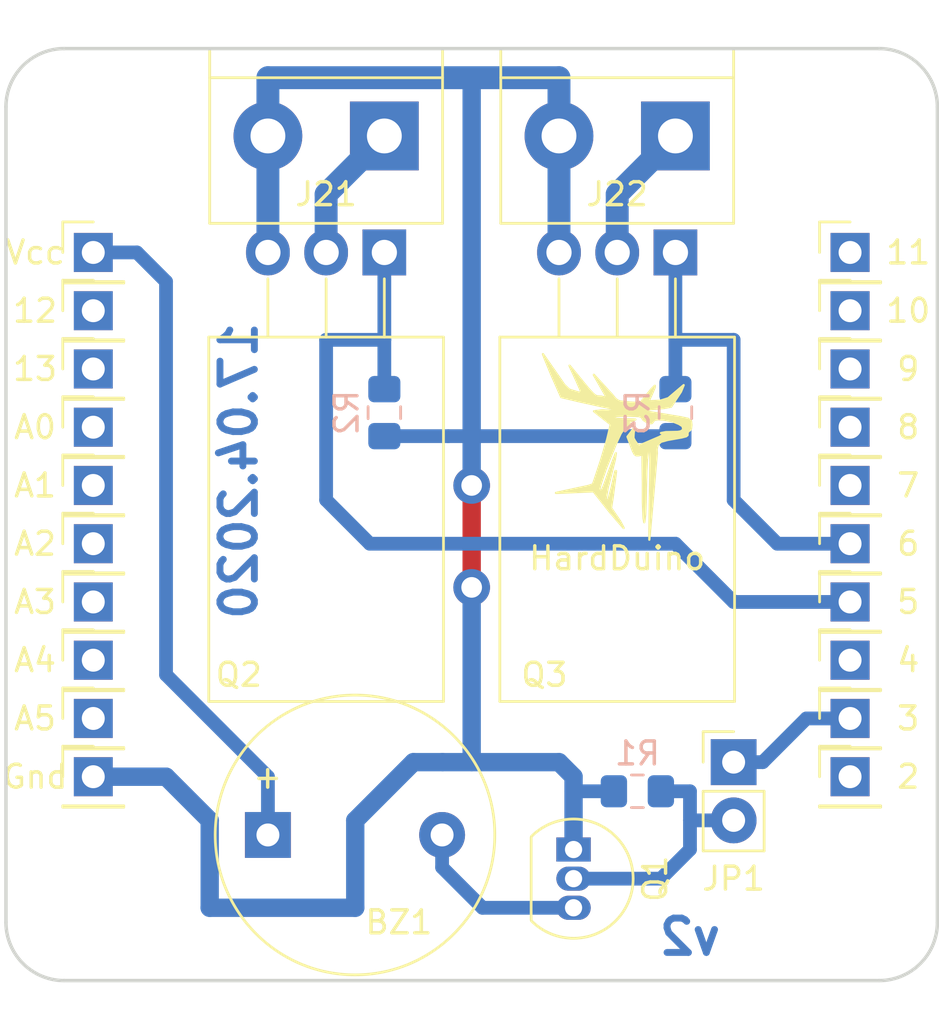
<source format=kicad_pcb>
(kicad_pcb (version 20171130) (host pcbnew "(5.1.4)-1")

  (general
    (thickness 1.6)
    (drawings 32)
    (tracks 60)
    (zones 0)
    (modules 34)
    (nets 25)
  )

  (page A4 portrait)
  (layers
    (0 F.Cu signal)
    (31 B.Cu signal)
    (32 B.Adhes user)
    (33 F.Adhes user)
    (34 B.Paste user)
    (35 F.Paste user)
    (36 B.SilkS user)
    (37 F.SilkS user)
    (38 B.Mask user)
    (39 F.Mask user)
    (40 Dwgs.User user)
    (41 Cmts.User user)
    (42 Eco1.User user)
    (43 Eco2.User user)
    (44 Edge.Cuts user)
    (45 Margin user)
    (46 B.CrtYd user)
    (47 F.CrtYd user)
    (48 B.Fab user)
    (49 F.Fab user)
  )

  (setup
    (last_trace_width 0.25)
    (user_trace_width 0.6)
    (user_trace_width 0.8)
    (user_trace_width 1)
    (trace_clearance 0.2)
    (zone_clearance 0.508)
    (zone_45_only no)
    (trace_min 0.2)
    (via_size 0.8)
    (via_drill 0.4)
    (via_min_size 0.4)
    (via_min_drill 0.3)
    (user_via 1.6 0.9)
    (uvia_size 0.3)
    (uvia_drill 0.1)
    (uvias_allowed no)
    (uvia_min_size 0.2)
    (uvia_min_drill 0.1)
    (edge_width 0.05)
    (segment_width 0.2)
    (pcb_text_width 0.3)
    (pcb_text_size 1.5 1.5)
    (mod_edge_width 0.12)
    (mod_text_size 1 1)
    (mod_text_width 0.15)
    (pad_size 2 2)
    (pad_drill 1)
    (pad_to_mask_clearance 0.051)
    (solder_mask_min_width 0.25)
    (aux_axis_origin 0 0)
    (visible_elements 7FFFFFFF)
    (pcbplotparams
      (layerselection 0x00000_fffffffe)
      (usegerberextensions false)
      (usegerberattributes false)
      (usegerberadvancedattributes false)
      (creategerberjobfile false)
      (excludeedgelayer true)
      (linewidth 0.100000)
      (plotframeref false)
      (viasonmask false)
      (mode 1)
      (useauxorigin false)
      (hpglpennumber 1)
      (hpglpenspeed 20)
      (hpglpendiameter 15.000000)
      (psnegative true)
      (psa4output false)
      (plotreference true)
      (plotvalue true)
      (plotinvisibletext false)
      (padsonsilk false)
      (subtractmaskfromsilk false)
      (outputformat 4)
      (mirror false)
      (drillshape 1)
      (scaleselection 1)
      (outputdirectory "pdf/"))
  )

  (net 0 "")
  (net 1 "Net-(J1-Pad1)")
  (net 2 "Net-(J2-Pad1)")
  (net 3 "Net-(J3-Pad1)")
  (net 4 "Net-(J4-Pad1)")
  (net 5 "Net-(J5-Pad1)")
  (net 6 "Net-(J6-Pad1)")
  (net 7 "Net-(J7-Pad1)")
  (net 8 "Net-(J8-Pad1)")
  (net 9 "Net-(J9-Pad1)")
  (net 10 "Net-(J10-Pad1)")
  (net 11 "Net-(J11-Pad1)")
  (net 12 "Net-(J12-Pad1)")
  (net 13 "Net-(J13-Pad1)")
  (net 14 "Net-(J14-Pad1)")
  (net 15 "Net-(J15-Pad1)")
  (net 16 "Net-(J16-Pad1)")
  (net 17 "Net-(J17-Pad1)")
  (net 18 "Net-(J18-Pad1)")
  (net 19 VCC)
  (net 20 "Net-(BZ1-Pad2)")
  (net 21 GND)
  (net 22 "Net-(J21-Pad1)")
  (net 23 "Net-(J22-Pad1)")
  (net 24 "Net-(JP1-Pad2)")

  (net_class Default "Это класс цепей по умолчанию."
    (clearance 0.2)
    (trace_width 0.25)
    (via_dia 0.8)
    (via_drill 0.4)
    (uvia_dia 0.3)
    (uvia_drill 0.1)
    (add_net GND)
    (add_net "Net-(BZ1-Pad2)")
    (add_net "Net-(J1-Pad1)")
    (add_net "Net-(J10-Pad1)")
    (add_net "Net-(J11-Pad1)")
    (add_net "Net-(J12-Pad1)")
    (add_net "Net-(J13-Pad1)")
    (add_net "Net-(J14-Pad1)")
    (add_net "Net-(J15-Pad1)")
    (add_net "Net-(J16-Pad1)")
    (add_net "Net-(J17-Pad1)")
    (add_net "Net-(J18-Pad1)")
    (add_net "Net-(J2-Pad1)")
    (add_net "Net-(J21-Pad1)")
    (add_net "Net-(J22-Pad1)")
    (add_net "Net-(J3-Pad1)")
    (add_net "Net-(J4-Pad1)")
    (add_net "Net-(J5-Pad1)")
    (add_net "Net-(J6-Pad1)")
    (add_net "Net-(J7-Pad1)")
    (add_net "Net-(J8-Pad1)")
    (add_net "Net-(J9-Pad1)")
    (add_net "Net-(JP1-Pad2)")
    (add_net VCC)
  )

  (module MountingHole:MountingHole_3.2mm_M3 (layer F.Cu) (tedit 56D1B4CB) (tstamp 5D79781E)
    (at 92.71 41.91)
    (descr "Mounting Hole 3.2mm, no annular, M3")
    (tags "mounting hole 3.2mm no annular m3")
    (path /5D791BF4)
    (attr virtual)
    (fp_text reference H1 (at -3.81 -4.2) (layer F.SilkS) hide
      (effects (font (size 1 1) (thickness 0.15)))
    )
    (fp_text value MountingHole (at 2.54 -5.08) (layer F.Fab) hide
      (effects (font (size 1 1) (thickness 0.15)))
    )
    (fp_circle (center 0 0) (end 3.45 0) (layer F.CrtYd) (width 0.05))
    (fp_circle (center 0 0) (end 3.2 0) (layer Cmts.User) (width 0.15))
    (fp_text user %R (at 0.3 0) (layer F.Fab)
      (effects (font (size 1 1) (thickness 0.15)))
    )
    (pad 1 np_thru_hole circle (at 0 0) (size 3.2 3.2) (drill 3.2) (layers *.Cu *.Mask))
  )

  (module MountingHole:MountingHole_3.2mm_M3 (layer F.Cu) (tedit 56D1B4CB) (tstamp 5D797826)
    (at 92.71 74.93)
    (descr "Mounting Hole 3.2mm, no annular, M3")
    (tags "mounting hole 3.2mm no annular m3")
    (path /5D793188)
    (attr virtual)
    (fp_text reference H2 (at -3.81 3.81) (layer F.SilkS) hide
      (effects (font (size 1 1) (thickness 0.15)))
    )
    (fp_text value MountingHole (at 3.81 5.08) (layer F.Fab) hide
      (effects (font (size 1 1) (thickness 0.15)))
    )
    (fp_text user %R (at 0.3 0) (layer F.Fab)
      (effects (font (size 1 1) (thickness 0.15)))
    )
    (fp_circle (center 0 0) (end 3.2 0) (layer Cmts.User) (width 0.15))
    (fp_circle (center 0 0) (end 3.45 0) (layer F.CrtYd) (width 0.05))
    (pad 1 np_thru_hole circle (at 0 0) (size 3.2 3.2) (drill 3.2) (layers *.Cu *.Mask))
  )

  (module MountingHole:MountingHole_3.2mm_M3 (layer F.Cu) (tedit 56D1B4CB) (tstamp 5D79782E)
    (at 125.73 41.91)
    (descr "Mounting Hole 3.2mm, no annular, M3")
    (tags "mounting hole 3.2mm no annular m3")
    (path /5D793224)
    (attr virtual)
    (fp_text reference H3 (at 3.81 -3.81) (layer F.SilkS) hide
      (effects (font (size 1 1) (thickness 0.15)))
    )
    (fp_text value MountingHole (at -2.54 -5.08) (layer F.Fab) hide
      (effects (font (size 1 1) (thickness 0.15)))
    )
    (fp_circle (center 0 0) (end 3.45 0) (layer F.CrtYd) (width 0.05))
    (fp_circle (center 0 0) (end 3.2 0) (layer Cmts.User) (width 0.15))
    (fp_text user %R (at 0.3 0) (layer F.Fab)
      (effects (font (size 1 1) (thickness 0.15)))
    )
    (pad 1 np_thru_hole circle (at 0 0) (size 3.2 3.2) (drill 3.2) (layers *.Cu *.Mask))
  )

  (module MountingHole:MountingHole_3.2mm_M3 (layer F.Cu) (tedit 56D1B4CB) (tstamp 5D797836)
    (at 125.73 74.93)
    (descr "Mounting Hole 3.2mm, no annular, M3")
    (tags "mounting hole 3.2mm no annular m3")
    (path /5D7932CC)
    (attr virtual)
    (fp_text reference H4 (at 3.81 3.81) (layer F.SilkS) hide
      (effects (font (size 1 1) (thickness 0.15)))
    )
    (fp_text value MountingHole (at -5.08 5.08) (layer F.Fab) hide
      (effects (font (size 1 1) (thickness 0.15)))
    )
    (fp_text user %R (at 0 0) (layer F.Fab)
      (effects (font (size 1 1) (thickness 0.15)))
    )
    (fp_circle (center 0 0) (end 3.2 0) (layer Cmts.User) (width 0.15))
    (fp_circle (center 0 0) (end 3.45 0) (layer F.CrtYd) (width 0.05))
    (pad 1 np_thru_hole circle (at 0 0) (size 3.2 3.2) (drill 3.2) (layers *.Cu *.Mask))
  )

  (module Connector_PinHeader_2.54mm:PinHeader_1x01_P2.54mm_Vertical (layer F.Cu) (tedit 59FED5CC) (tstamp 5D79784B)
    (at 125.73 69.85)
    (descr "Through hole straight pin header, 1x01, 2.54mm pitch, single row")
    (tags "Through hole pin header THT 1x01 2.54mm single row")
    (path /5D793457)
    (fp_text reference J1 (at -2.54 0) (layer F.SilkS) hide
      (effects (font (size 1 1) (thickness 0.15)))
    )
    (fp_text value 2 (at 2.54 0) (layer F.Fab)
      (effects (font (size 1 1) (thickness 0.15)))
    )
    (fp_text user %R (at 0 0 90) (layer F.Fab)
      (effects (font (size 1 1) (thickness 0.15)))
    )
    (fp_line (start 1.8 -1.8) (end -1.8 -1.8) (layer F.CrtYd) (width 0.05))
    (fp_line (start 1.8 1.8) (end 1.8 -1.8) (layer F.CrtYd) (width 0.05))
    (fp_line (start -1.8 1.8) (end 1.8 1.8) (layer F.CrtYd) (width 0.05))
    (fp_line (start -1.8 -1.8) (end -1.8 1.8) (layer F.CrtYd) (width 0.05))
    (fp_line (start -1.33 -1.33) (end 0 -1.33) (layer F.SilkS) (width 0.12))
    (fp_line (start -1.33 0) (end -1.33 -1.33) (layer F.SilkS) (width 0.12))
    (fp_line (start -1.33 1.27) (end 1.33 1.27) (layer F.SilkS) (width 0.12))
    (fp_line (start 1.33 1.27) (end 1.33 1.33) (layer F.SilkS) (width 0.12))
    (fp_line (start -1.33 1.27) (end -1.33 1.33) (layer F.SilkS) (width 0.12))
    (fp_line (start -1.33 1.33) (end 1.33 1.33) (layer F.SilkS) (width 0.12))
    (fp_line (start -1.27 -0.635) (end -0.635 -1.27) (layer F.Fab) (width 0.1))
    (fp_line (start -1.27 1.27) (end -1.27 -0.635) (layer F.Fab) (width 0.1))
    (fp_line (start 1.27 1.27) (end -1.27 1.27) (layer F.Fab) (width 0.1))
    (fp_line (start 1.27 -1.27) (end 1.27 1.27) (layer F.Fab) (width 0.1))
    (fp_line (start -0.635 -1.27) (end 1.27 -1.27) (layer F.Fab) (width 0.1))
    (pad 1 thru_hole rect (at 0 0) (size 1.7 1.7) (drill 1) (layers *.Cu *.Mask)
      (net 1 "Net-(J1-Pad1)"))
    (model ${KISYS3DMOD}/Connector_PinHeader_2.54mm.3dshapes/PinHeader_1x01_P2.54mm_Vertical.wrl
      (at (xyz 0 0 0))
      (scale (xyz 1 1 1))
      (rotate (xyz 0 0 0))
    )
  )

  (module Connector_PinHeader_2.54mm:PinHeader_1x01_P2.54mm_Vertical (layer F.Cu) (tedit 59FED5CC) (tstamp 5D797860)
    (at 125.73 67.31)
    (descr "Through hole straight pin header, 1x01, 2.54mm pitch, single row")
    (tags "Through hole pin header THT 1x01 2.54mm single row")
    (path /5D794940)
    (fp_text reference J2 (at -2.54 0) (layer F.SilkS) hide
      (effects (font (size 1 1) (thickness 0.15)))
    )
    (fp_text value 3 (at 2.54 0) (layer F.Fab)
      (effects (font (size 1 1) (thickness 0.15)))
    )
    (fp_line (start -0.635 -1.27) (end 1.27 -1.27) (layer F.Fab) (width 0.1))
    (fp_line (start 1.27 -1.27) (end 1.27 1.27) (layer F.Fab) (width 0.1))
    (fp_line (start 1.27 1.27) (end -1.27 1.27) (layer F.Fab) (width 0.1))
    (fp_line (start -1.27 1.27) (end -1.27 -0.635) (layer F.Fab) (width 0.1))
    (fp_line (start -1.27 -0.635) (end -0.635 -1.27) (layer F.Fab) (width 0.1))
    (fp_line (start -1.33 1.33) (end 1.33 1.33) (layer F.SilkS) (width 0.12))
    (fp_line (start -1.33 1.27) (end -1.33 1.33) (layer F.SilkS) (width 0.12))
    (fp_line (start 1.33 1.27) (end 1.33 1.33) (layer F.SilkS) (width 0.12))
    (fp_line (start -1.33 1.27) (end 1.33 1.27) (layer F.SilkS) (width 0.12))
    (fp_line (start -1.33 0) (end -1.33 -1.33) (layer F.SilkS) (width 0.12))
    (fp_line (start -1.33 -1.33) (end 0 -1.33) (layer F.SilkS) (width 0.12))
    (fp_line (start -1.8 -1.8) (end -1.8 1.8) (layer F.CrtYd) (width 0.05))
    (fp_line (start -1.8 1.8) (end 1.8 1.8) (layer F.CrtYd) (width 0.05))
    (fp_line (start 1.8 1.8) (end 1.8 -1.8) (layer F.CrtYd) (width 0.05))
    (fp_line (start 1.8 -1.8) (end -1.8 -1.8) (layer F.CrtYd) (width 0.05))
    (fp_text user %R (at 0 0 90) (layer F.Fab)
      (effects (font (size 1 1) (thickness 0.15)))
    )
    (pad 1 thru_hole rect (at 0 0) (size 1.7 1.7) (drill 1) (layers *.Cu *.Mask)
      (net 2 "Net-(J2-Pad1)"))
    (model ${KISYS3DMOD}/Connector_PinHeader_2.54mm.3dshapes/PinHeader_1x01_P2.54mm_Vertical.wrl
      (at (xyz 0 0 0))
      (scale (xyz 1 1 1))
      (rotate (xyz 0 0 0))
    )
  )

  (module Connector_PinHeader_2.54mm:PinHeader_1x01_P2.54mm_Vertical (layer F.Cu) (tedit 59FED5CC) (tstamp 5D797875)
    (at 125.73 64.77)
    (descr "Through hole straight pin header, 1x01, 2.54mm pitch, single row")
    (tags "Through hole pin header THT 1x01 2.54mm single row")
    (path /5D794B32)
    (fp_text reference J3 (at -2.54 0) (layer F.SilkS) hide
      (effects (font (size 1 1) (thickness 0.15)))
    )
    (fp_text value 4 (at 2.54 0) (layer F.Fab)
      (effects (font (size 1 1) (thickness 0.15)))
    )
    (fp_text user %R (at 0 0 90) (layer F.Fab)
      (effects (font (size 1 1) (thickness 0.15)))
    )
    (fp_line (start 1.8 -1.8) (end -1.8 -1.8) (layer F.CrtYd) (width 0.05))
    (fp_line (start 1.8 1.8) (end 1.8 -1.8) (layer F.CrtYd) (width 0.05))
    (fp_line (start -1.8 1.8) (end 1.8 1.8) (layer F.CrtYd) (width 0.05))
    (fp_line (start -1.8 -1.8) (end -1.8 1.8) (layer F.CrtYd) (width 0.05))
    (fp_line (start -1.33 -1.33) (end 0 -1.33) (layer F.SilkS) (width 0.12))
    (fp_line (start -1.33 0) (end -1.33 -1.33) (layer F.SilkS) (width 0.12))
    (fp_line (start -1.33 1.27) (end 1.33 1.27) (layer F.SilkS) (width 0.12))
    (fp_line (start 1.33 1.27) (end 1.33 1.33) (layer F.SilkS) (width 0.12))
    (fp_line (start -1.33 1.27) (end -1.33 1.33) (layer F.SilkS) (width 0.12))
    (fp_line (start -1.33 1.33) (end 1.33 1.33) (layer F.SilkS) (width 0.12))
    (fp_line (start -1.27 -0.635) (end -0.635 -1.27) (layer F.Fab) (width 0.1))
    (fp_line (start -1.27 1.27) (end -1.27 -0.635) (layer F.Fab) (width 0.1))
    (fp_line (start 1.27 1.27) (end -1.27 1.27) (layer F.Fab) (width 0.1))
    (fp_line (start 1.27 -1.27) (end 1.27 1.27) (layer F.Fab) (width 0.1))
    (fp_line (start -0.635 -1.27) (end 1.27 -1.27) (layer F.Fab) (width 0.1))
    (pad 1 thru_hole rect (at 0 0) (size 1.7 1.7) (drill 1) (layers *.Cu *.Mask)
      (net 3 "Net-(J3-Pad1)"))
    (model ${KISYS3DMOD}/Connector_PinHeader_2.54mm.3dshapes/PinHeader_1x01_P2.54mm_Vertical.wrl
      (at (xyz 0 0 0))
      (scale (xyz 1 1 1))
      (rotate (xyz 0 0 0))
    )
  )

  (module Connector_PinHeader_2.54mm:PinHeader_1x01_P2.54mm_Vertical (layer F.Cu) (tedit 59FED5CC) (tstamp 5D79788A)
    (at 125.73 62.23)
    (descr "Through hole straight pin header, 1x01, 2.54mm pitch, single row")
    (tags "Through hole pin header THT 1x01 2.54mm single row")
    (path /5D794C66)
    (fp_text reference J4 (at -2.54 0) (layer F.SilkS) hide
      (effects (font (size 1 1) (thickness 0.15)))
    )
    (fp_text value 5 (at 2.54 0) (layer F.Fab)
      (effects (font (size 1 1) (thickness 0.15)))
    )
    (fp_line (start -0.635 -1.27) (end 1.27 -1.27) (layer F.Fab) (width 0.1))
    (fp_line (start 1.27 -1.27) (end 1.27 1.27) (layer F.Fab) (width 0.1))
    (fp_line (start 1.27 1.27) (end -1.27 1.27) (layer F.Fab) (width 0.1))
    (fp_line (start -1.27 1.27) (end -1.27 -0.635) (layer F.Fab) (width 0.1))
    (fp_line (start -1.27 -0.635) (end -0.635 -1.27) (layer F.Fab) (width 0.1))
    (fp_line (start -1.33 1.33) (end 1.33 1.33) (layer F.SilkS) (width 0.12))
    (fp_line (start -1.33 1.27) (end -1.33 1.33) (layer F.SilkS) (width 0.12))
    (fp_line (start 1.33 1.27) (end 1.33 1.33) (layer F.SilkS) (width 0.12))
    (fp_line (start -1.33 1.27) (end 1.33 1.27) (layer F.SilkS) (width 0.12))
    (fp_line (start -1.33 0) (end -1.33 -1.33) (layer F.SilkS) (width 0.12))
    (fp_line (start -1.33 -1.33) (end 0 -1.33) (layer F.SilkS) (width 0.12))
    (fp_line (start -1.8 -1.8) (end -1.8 1.8) (layer F.CrtYd) (width 0.05))
    (fp_line (start -1.8 1.8) (end 1.8 1.8) (layer F.CrtYd) (width 0.05))
    (fp_line (start 1.8 1.8) (end 1.8 -1.8) (layer F.CrtYd) (width 0.05))
    (fp_line (start 1.8 -1.8) (end -1.8 -1.8) (layer F.CrtYd) (width 0.05))
    (fp_text user %R (at 0 0 90) (layer F.Fab)
      (effects (font (size 1 1) (thickness 0.15)))
    )
    (pad 1 thru_hole rect (at 0 0) (size 1.7 1.7) (drill 1) (layers *.Cu *.Mask)
      (net 4 "Net-(J4-Pad1)"))
    (model ${KISYS3DMOD}/Connector_PinHeader_2.54mm.3dshapes/PinHeader_1x01_P2.54mm_Vertical.wrl
      (at (xyz 0 0 0))
      (scale (xyz 1 1 1))
      (rotate (xyz 0 0 0))
    )
  )

  (module Connector_PinHeader_2.54mm:PinHeader_1x01_P2.54mm_Vertical (layer F.Cu) (tedit 59FED5CC) (tstamp 5D79789F)
    (at 125.73 59.69)
    (descr "Through hole straight pin header, 1x01, 2.54mm pitch, single row")
    (tags "Through hole pin header THT 1x01 2.54mm single row")
    (path /5D794EF4)
    (fp_text reference J5 (at -2.54 0) (layer F.SilkS) hide
      (effects (font (size 1 1) (thickness 0.15)))
    )
    (fp_text value 6 (at 2.54 0) (layer F.Fab)
      (effects (font (size 1 1) (thickness 0.15)))
    )
    (fp_text user %R (at 0 0 90) (layer F.Fab)
      (effects (font (size 1 1) (thickness 0.15)))
    )
    (fp_line (start 1.8 -1.8) (end -1.8 -1.8) (layer F.CrtYd) (width 0.05))
    (fp_line (start 1.8 1.8) (end 1.8 -1.8) (layer F.CrtYd) (width 0.05))
    (fp_line (start -1.8 1.8) (end 1.8 1.8) (layer F.CrtYd) (width 0.05))
    (fp_line (start -1.8 -1.8) (end -1.8 1.8) (layer F.CrtYd) (width 0.05))
    (fp_line (start -1.33 -1.33) (end 0 -1.33) (layer F.SilkS) (width 0.12))
    (fp_line (start -1.33 0) (end -1.33 -1.33) (layer F.SilkS) (width 0.12))
    (fp_line (start -1.33 1.27) (end 1.33 1.27) (layer F.SilkS) (width 0.12))
    (fp_line (start 1.33 1.27) (end 1.33 1.33) (layer F.SilkS) (width 0.12))
    (fp_line (start -1.33 1.27) (end -1.33 1.33) (layer F.SilkS) (width 0.12))
    (fp_line (start -1.33 1.33) (end 1.33 1.33) (layer F.SilkS) (width 0.12))
    (fp_line (start -1.27 -0.635) (end -0.635 -1.27) (layer F.Fab) (width 0.1))
    (fp_line (start -1.27 1.27) (end -1.27 -0.635) (layer F.Fab) (width 0.1))
    (fp_line (start 1.27 1.27) (end -1.27 1.27) (layer F.Fab) (width 0.1))
    (fp_line (start 1.27 -1.27) (end 1.27 1.27) (layer F.Fab) (width 0.1))
    (fp_line (start -0.635 -1.27) (end 1.27 -1.27) (layer F.Fab) (width 0.1))
    (pad 1 thru_hole rect (at 0 0) (size 1.7 1.7) (drill 1) (layers *.Cu *.Mask)
      (net 5 "Net-(J5-Pad1)"))
    (model ${KISYS3DMOD}/Connector_PinHeader_2.54mm.3dshapes/PinHeader_1x01_P2.54mm_Vertical.wrl
      (at (xyz 0 0 0))
      (scale (xyz 1 1 1))
      (rotate (xyz 0 0 0))
    )
  )

  (module Connector_PinHeader_2.54mm:PinHeader_1x01_P2.54mm_Vertical (layer F.Cu) (tedit 59FED5CC) (tstamp 5D7978B4)
    (at 125.73 57.15)
    (descr "Through hole straight pin header, 1x01, 2.54mm pitch, single row")
    (tags "Through hole pin header THT 1x01 2.54mm single row")
    (path /5D795168)
    (fp_text reference J6 (at -2.54 0) (layer F.SilkS) hide
      (effects (font (size 1 1) (thickness 0.15)))
    )
    (fp_text value 7 (at 2.54 0) (layer F.Fab)
      (effects (font (size 1 1) (thickness 0.15)))
    )
    (fp_line (start -0.635 -1.27) (end 1.27 -1.27) (layer F.Fab) (width 0.1))
    (fp_line (start 1.27 -1.27) (end 1.27 1.27) (layer F.Fab) (width 0.1))
    (fp_line (start 1.27 1.27) (end -1.27 1.27) (layer F.Fab) (width 0.1))
    (fp_line (start -1.27 1.27) (end -1.27 -0.635) (layer F.Fab) (width 0.1))
    (fp_line (start -1.27 -0.635) (end -0.635 -1.27) (layer F.Fab) (width 0.1))
    (fp_line (start -1.33 1.33) (end 1.33 1.33) (layer F.SilkS) (width 0.12))
    (fp_line (start -1.33 1.27) (end -1.33 1.33) (layer F.SilkS) (width 0.12))
    (fp_line (start 1.33 1.27) (end 1.33 1.33) (layer F.SilkS) (width 0.12))
    (fp_line (start -1.33 1.27) (end 1.33 1.27) (layer F.SilkS) (width 0.12))
    (fp_line (start -1.33 0) (end -1.33 -1.33) (layer F.SilkS) (width 0.12))
    (fp_line (start -1.33 -1.33) (end 0 -1.33) (layer F.SilkS) (width 0.12))
    (fp_line (start -1.8 -1.8) (end -1.8 1.8) (layer F.CrtYd) (width 0.05))
    (fp_line (start -1.8 1.8) (end 1.8 1.8) (layer F.CrtYd) (width 0.05))
    (fp_line (start 1.8 1.8) (end 1.8 -1.8) (layer F.CrtYd) (width 0.05))
    (fp_line (start 1.8 -1.8) (end -1.8 -1.8) (layer F.CrtYd) (width 0.05))
    (fp_text user %R (at 0 0 90) (layer F.Fab)
      (effects (font (size 1 1) (thickness 0.15)))
    )
    (pad 1 thru_hole rect (at 0 0) (size 1.7 1.7) (drill 1) (layers *.Cu *.Mask)
      (net 6 "Net-(J6-Pad1)"))
    (model ${KISYS3DMOD}/Connector_PinHeader_2.54mm.3dshapes/PinHeader_1x01_P2.54mm_Vertical.wrl
      (at (xyz 0 0 0))
      (scale (xyz 1 1 1))
      (rotate (xyz 0 0 0))
    )
  )

  (module Connector_PinHeader_2.54mm:PinHeader_1x01_P2.54mm_Vertical (layer F.Cu) (tedit 59FED5CC) (tstamp 5D7978C9)
    (at 125.73 54.61)
    (descr "Through hole straight pin header, 1x01, 2.54mm pitch, single row")
    (tags "Through hole pin header THT 1x01 2.54mm single row")
    (path /5D795340)
    (fp_text reference J7 (at -2.54 0) (layer F.SilkS) hide
      (effects (font (size 1 1) (thickness 0.15)))
    )
    (fp_text value 8 (at 2.54 0) (layer F.Fab)
      (effects (font (size 1 1) (thickness 0.15)))
    )
    (fp_text user %R (at 0 0 90) (layer F.Fab)
      (effects (font (size 1 1) (thickness 0.15)))
    )
    (fp_line (start 1.8 -1.8) (end -1.8 -1.8) (layer F.CrtYd) (width 0.05))
    (fp_line (start 1.8 1.8) (end 1.8 -1.8) (layer F.CrtYd) (width 0.05))
    (fp_line (start -1.8 1.8) (end 1.8 1.8) (layer F.CrtYd) (width 0.05))
    (fp_line (start -1.8 -1.8) (end -1.8 1.8) (layer F.CrtYd) (width 0.05))
    (fp_line (start -1.33 -1.33) (end 0 -1.33) (layer F.SilkS) (width 0.12))
    (fp_line (start -1.33 0) (end -1.33 -1.33) (layer F.SilkS) (width 0.12))
    (fp_line (start -1.33 1.27) (end 1.33 1.27) (layer F.SilkS) (width 0.12))
    (fp_line (start 1.33 1.27) (end 1.33 1.33) (layer F.SilkS) (width 0.12))
    (fp_line (start -1.33 1.27) (end -1.33 1.33) (layer F.SilkS) (width 0.12))
    (fp_line (start -1.33 1.33) (end 1.33 1.33) (layer F.SilkS) (width 0.12))
    (fp_line (start -1.27 -0.635) (end -0.635 -1.27) (layer F.Fab) (width 0.1))
    (fp_line (start -1.27 1.27) (end -1.27 -0.635) (layer F.Fab) (width 0.1))
    (fp_line (start 1.27 1.27) (end -1.27 1.27) (layer F.Fab) (width 0.1))
    (fp_line (start 1.27 -1.27) (end 1.27 1.27) (layer F.Fab) (width 0.1))
    (fp_line (start -0.635 -1.27) (end 1.27 -1.27) (layer F.Fab) (width 0.1))
    (pad 1 thru_hole rect (at 0 0) (size 1.7 1.7) (drill 1) (layers *.Cu *.Mask)
      (net 7 "Net-(J7-Pad1)"))
    (model ${KISYS3DMOD}/Connector_PinHeader_2.54mm.3dshapes/PinHeader_1x01_P2.54mm_Vertical.wrl
      (at (xyz 0 0 0))
      (scale (xyz 1 1 1))
      (rotate (xyz 0 0 0))
    )
  )

  (module Connector_PinHeader_2.54mm:PinHeader_1x01_P2.54mm_Vertical (layer F.Cu) (tedit 59FED5CC) (tstamp 5D7978DE)
    (at 125.73 52.07)
    (descr "Through hole straight pin header, 1x01, 2.54mm pitch, single row")
    (tags "Through hole pin header THT 1x01 2.54mm single row")
    (path /5D7955DE)
    (fp_text reference J8 (at -2.54 0) (layer F.SilkS) hide
      (effects (font (size 1 1) (thickness 0.15)))
    )
    (fp_text value 9 (at 2.54 0) (layer F.Fab)
      (effects (font (size 1 1) (thickness 0.15)))
    )
    (fp_line (start -0.635 -1.27) (end 1.27 -1.27) (layer F.Fab) (width 0.1))
    (fp_line (start 1.27 -1.27) (end 1.27 1.27) (layer F.Fab) (width 0.1))
    (fp_line (start 1.27 1.27) (end -1.27 1.27) (layer F.Fab) (width 0.1))
    (fp_line (start -1.27 1.27) (end -1.27 -0.635) (layer F.Fab) (width 0.1))
    (fp_line (start -1.27 -0.635) (end -0.635 -1.27) (layer F.Fab) (width 0.1))
    (fp_line (start -1.33 1.33) (end 1.33 1.33) (layer F.SilkS) (width 0.12))
    (fp_line (start -1.33 1.27) (end -1.33 1.33) (layer F.SilkS) (width 0.12))
    (fp_line (start 1.33 1.27) (end 1.33 1.33) (layer F.SilkS) (width 0.12))
    (fp_line (start -1.33 1.27) (end 1.33 1.27) (layer F.SilkS) (width 0.12))
    (fp_line (start -1.33 0) (end -1.33 -1.33) (layer F.SilkS) (width 0.12))
    (fp_line (start -1.33 -1.33) (end 0 -1.33) (layer F.SilkS) (width 0.12))
    (fp_line (start -1.8 -1.8) (end -1.8 1.8) (layer F.CrtYd) (width 0.05))
    (fp_line (start -1.8 1.8) (end 1.8 1.8) (layer F.CrtYd) (width 0.05))
    (fp_line (start 1.8 1.8) (end 1.8 -1.8) (layer F.CrtYd) (width 0.05))
    (fp_line (start 1.8 -1.8) (end -1.8 -1.8) (layer F.CrtYd) (width 0.05))
    (fp_text user %R (at 0 0 90) (layer F.Fab)
      (effects (font (size 1 1) (thickness 0.15)))
    )
    (pad 1 thru_hole rect (at 0 0) (size 1.7 1.7) (drill 1) (layers *.Cu *.Mask)
      (net 8 "Net-(J8-Pad1)"))
    (model ${KISYS3DMOD}/Connector_PinHeader_2.54mm.3dshapes/PinHeader_1x01_P2.54mm_Vertical.wrl
      (at (xyz 0 0 0))
      (scale (xyz 1 1 1))
      (rotate (xyz 0 0 0))
    )
  )

  (module Connector_PinHeader_2.54mm:PinHeader_1x01_P2.54mm_Vertical (layer F.Cu) (tedit 59FED5CC) (tstamp 5D7978F3)
    (at 125.73 49.53)
    (descr "Through hole straight pin header, 1x01, 2.54mm pitch, single row")
    (tags "Through hole pin header THT 1x01 2.54mm single row")
    (path /5D7957DA)
    (fp_text reference J9 (at -2.54 0) (layer F.SilkS) hide
      (effects (font (size 1 1) (thickness 0.15)))
    )
    (fp_text value 10 (at 2.54 0) (layer F.Fab)
      (effects (font (size 1 1) (thickness 0.15)))
    )
    (fp_text user %R (at 0 0 90) (layer F.Fab)
      (effects (font (size 1 1) (thickness 0.15)))
    )
    (fp_line (start 1.8 -1.8) (end -1.8 -1.8) (layer F.CrtYd) (width 0.05))
    (fp_line (start 1.8 1.8) (end 1.8 -1.8) (layer F.CrtYd) (width 0.05))
    (fp_line (start -1.8 1.8) (end 1.8 1.8) (layer F.CrtYd) (width 0.05))
    (fp_line (start -1.8 -1.8) (end -1.8 1.8) (layer F.CrtYd) (width 0.05))
    (fp_line (start -1.33 -1.33) (end 0 -1.33) (layer F.SilkS) (width 0.12))
    (fp_line (start -1.33 0) (end -1.33 -1.33) (layer F.SilkS) (width 0.12))
    (fp_line (start -1.33 1.27) (end 1.33 1.27) (layer F.SilkS) (width 0.12))
    (fp_line (start 1.33 1.27) (end 1.33 1.33) (layer F.SilkS) (width 0.12))
    (fp_line (start -1.33 1.27) (end -1.33 1.33) (layer F.SilkS) (width 0.12))
    (fp_line (start -1.33 1.33) (end 1.33 1.33) (layer F.SilkS) (width 0.12))
    (fp_line (start -1.27 -0.635) (end -0.635 -1.27) (layer F.Fab) (width 0.1))
    (fp_line (start -1.27 1.27) (end -1.27 -0.635) (layer F.Fab) (width 0.1))
    (fp_line (start 1.27 1.27) (end -1.27 1.27) (layer F.Fab) (width 0.1))
    (fp_line (start 1.27 -1.27) (end 1.27 1.27) (layer F.Fab) (width 0.1))
    (fp_line (start -0.635 -1.27) (end 1.27 -1.27) (layer F.Fab) (width 0.1))
    (pad 1 thru_hole rect (at 0 0) (size 1.7 1.7) (drill 1) (layers *.Cu *.Mask)
      (net 9 "Net-(J9-Pad1)"))
    (model ${KISYS3DMOD}/Connector_PinHeader_2.54mm.3dshapes/PinHeader_1x01_P2.54mm_Vertical.wrl
      (at (xyz 0 0 0))
      (scale (xyz 1 1 1))
      (rotate (xyz 0 0 0))
    )
  )

  (module Connector_PinHeader_2.54mm:PinHeader_1x01_P2.54mm_Vertical (layer F.Cu) (tedit 59FED5CC) (tstamp 5D797908)
    (at 125.73 46.99)
    (descr "Through hole straight pin header, 1x01, 2.54mm pitch, single row")
    (tags "Through hole pin header THT 1x01 2.54mm single row")
    (path /5D795810)
    (fp_text reference J10 (at -2.54 0) (layer F.SilkS) hide
      (effects (font (size 1 1) (thickness 0.15)))
    )
    (fp_text value 11 (at 2.54 0) (layer F.Fab)
      (effects (font (size 1 1) (thickness 0.15)))
    )
    (fp_line (start -0.635 -1.27) (end 1.27 -1.27) (layer F.Fab) (width 0.1))
    (fp_line (start 1.27 -1.27) (end 1.27 1.27) (layer F.Fab) (width 0.1))
    (fp_line (start 1.27 1.27) (end -1.27 1.27) (layer F.Fab) (width 0.1))
    (fp_line (start -1.27 1.27) (end -1.27 -0.635) (layer F.Fab) (width 0.1))
    (fp_line (start -1.27 -0.635) (end -0.635 -1.27) (layer F.Fab) (width 0.1))
    (fp_line (start -1.33 1.33) (end 1.33 1.33) (layer F.SilkS) (width 0.12))
    (fp_line (start -1.33 1.27) (end -1.33 1.33) (layer F.SilkS) (width 0.12))
    (fp_line (start 1.33 1.27) (end 1.33 1.33) (layer F.SilkS) (width 0.12))
    (fp_line (start -1.33 1.27) (end 1.33 1.27) (layer F.SilkS) (width 0.12))
    (fp_line (start -1.33 0) (end -1.33 -1.33) (layer F.SilkS) (width 0.12))
    (fp_line (start -1.33 -1.33) (end 0 -1.33) (layer F.SilkS) (width 0.12))
    (fp_line (start -1.8 -1.8) (end -1.8 1.8) (layer F.CrtYd) (width 0.05))
    (fp_line (start -1.8 1.8) (end 1.8 1.8) (layer F.CrtYd) (width 0.05))
    (fp_line (start 1.8 1.8) (end 1.8 -1.8) (layer F.CrtYd) (width 0.05))
    (fp_line (start 1.8 -1.8) (end -1.8 -1.8) (layer F.CrtYd) (width 0.05))
    (fp_text user %R (at 0 0 90) (layer F.Fab)
      (effects (font (size 1 1) (thickness 0.15)))
    )
    (pad 1 thru_hole rect (at 0 0) (size 1.7 1.7) (drill 1) (layers *.Cu *.Mask)
      (net 10 "Net-(J10-Pad1)"))
    (model ${KISYS3DMOD}/Connector_PinHeader_2.54mm.3dshapes/PinHeader_1x01_P2.54mm_Vertical.wrl
      (at (xyz 0 0 0))
      (scale (xyz 1 1 1))
      (rotate (xyz 0 0 0))
    )
  )

  (module Connector_PinHeader_2.54mm:PinHeader_1x01_P2.54mm_Vertical (layer F.Cu) (tedit 59FED5CC) (tstamp 5D79791D)
    (at 92.71 49.53)
    (descr "Through hole straight pin header, 1x01, 2.54mm pitch, single row")
    (tags "Through hole pin header THT 1x01 2.54mm single row")
    (path /5D7959D6)
    (fp_text reference J11 (at 3.175 0) (layer F.SilkS) hide
      (effects (font (size 1 1) (thickness 0.15)))
    )
    (fp_text value 12 (at -2.54 0) (layer F.Fab)
      (effects (font (size 1 1) (thickness 0.15)))
    )
    (fp_text user %R (at 0 0 90) (layer F.Fab)
      (effects (font (size 1 1) (thickness 0.15)))
    )
    (fp_line (start 1.8 -1.8) (end -1.8 -1.8) (layer F.CrtYd) (width 0.05))
    (fp_line (start 1.8 1.8) (end 1.8 -1.8) (layer F.CrtYd) (width 0.05))
    (fp_line (start -1.8 1.8) (end 1.8 1.8) (layer F.CrtYd) (width 0.05))
    (fp_line (start -1.8 -1.8) (end -1.8 1.8) (layer F.CrtYd) (width 0.05))
    (fp_line (start -1.33 -1.33) (end 0 -1.33) (layer F.SilkS) (width 0.12))
    (fp_line (start -1.33 0) (end -1.33 -1.33) (layer F.SilkS) (width 0.12))
    (fp_line (start -1.33 1.27) (end 1.33 1.27) (layer F.SilkS) (width 0.12))
    (fp_line (start 1.33 1.27) (end 1.33 1.33) (layer F.SilkS) (width 0.12))
    (fp_line (start -1.33 1.27) (end -1.33 1.33) (layer F.SilkS) (width 0.12))
    (fp_line (start -1.33 1.33) (end 1.33 1.33) (layer F.SilkS) (width 0.12))
    (fp_line (start -1.27 -0.635) (end -0.635 -1.27) (layer F.Fab) (width 0.1))
    (fp_line (start -1.27 1.27) (end -1.27 -0.635) (layer F.Fab) (width 0.1))
    (fp_line (start 1.27 1.27) (end -1.27 1.27) (layer F.Fab) (width 0.1))
    (fp_line (start 1.27 -1.27) (end 1.27 1.27) (layer F.Fab) (width 0.1))
    (fp_line (start -0.635 -1.27) (end 1.27 -1.27) (layer F.Fab) (width 0.1))
    (pad 1 thru_hole rect (at 0 0) (size 1.7 1.7) (drill 1) (layers *.Cu *.Mask)
      (net 11 "Net-(J11-Pad1)"))
    (model ${KISYS3DMOD}/Connector_PinHeader_2.54mm.3dshapes/PinHeader_1x01_P2.54mm_Vertical.wrl
      (at (xyz 0 0 0))
      (scale (xyz 1 1 1))
      (rotate (xyz 0 0 0))
    )
  )

  (module Connector_PinHeader_2.54mm:PinHeader_1x01_P2.54mm_Vertical (layer F.Cu) (tedit 59FED5CC) (tstamp 5D797932)
    (at 92.71 52.07)
    (descr "Through hole straight pin header, 1x01, 2.54mm pitch, single row")
    (tags "Through hole pin header THT 1x01 2.54mm single row")
    (path /5D79744D)
    (fp_text reference J12 (at 3.175 0) (layer F.SilkS) hide
      (effects (font (size 1 1) (thickness 0.15)))
    )
    (fp_text value 13 (at -2.54 0) (layer F.Fab)
      (effects (font (size 1 1) (thickness 0.15)))
    )
    (fp_line (start -0.635 -1.27) (end 1.27 -1.27) (layer F.Fab) (width 0.1))
    (fp_line (start 1.27 -1.27) (end 1.27 1.27) (layer F.Fab) (width 0.1))
    (fp_line (start 1.27 1.27) (end -1.27 1.27) (layer F.Fab) (width 0.1))
    (fp_line (start -1.27 1.27) (end -1.27 -0.635) (layer F.Fab) (width 0.1))
    (fp_line (start -1.27 -0.635) (end -0.635 -1.27) (layer F.Fab) (width 0.1))
    (fp_line (start -1.33 1.33) (end 1.33 1.33) (layer F.SilkS) (width 0.12))
    (fp_line (start -1.33 1.27) (end -1.33 1.33) (layer F.SilkS) (width 0.12))
    (fp_line (start 1.33 1.27) (end 1.33 1.33) (layer F.SilkS) (width 0.12))
    (fp_line (start -1.33 1.27) (end 1.33 1.27) (layer F.SilkS) (width 0.12))
    (fp_line (start -1.33 0) (end -1.33 -1.33) (layer F.SilkS) (width 0.12))
    (fp_line (start -1.33 -1.33) (end 0 -1.33) (layer F.SilkS) (width 0.12))
    (fp_line (start -1.8 -1.8) (end -1.8 1.8) (layer F.CrtYd) (width 0.05))
    (fp_line (start -1.8 1.8) (end 1.8 1.8) (layer F.CrtYd) (width 0.05))
    (fp_line (start 1.8 1.8) (end 1.8 -1.8) (layer F.CrtYd) (width 0.05))
    (fp_line (start 1.8 -1.8) (end -1.8 -1.8) (layer F.CrtYd) (width 0.05))
    (fp_text user %R (at 0 0 90) (layer F.Fab)
      (effects (font (size 1 1) (thickness 0.15)))
    )
    (pad 1 thru_hole rect (at 0 0) (size 1.7 1.7) (drill 1) (layers *.Cu *.Mask)
      (net 12 "Net-(J12-Pad1)"))
    (model ${KISYS3DMOD}/Connector_PinHeader_2.54mm.3dshapes/PinHeader_1x01_P2.54mm_Vertical.wrl
      (at (xyz 0 0 0))
      (scale (xyz 1 1 1))
      (rotate (xyz 0 0 0))
    )
  )

  (module Connector_PinHeader_2.54mm:PinHeader_1x01_P2.54mm_Vertical (layer F.Cu) (tedit 59FED5CC) (tstamp 5D797947)
    (at 92.71 54.61)
    (descr "Through hole straight pin header, 1x01, 2.54mm pitch, single row")
    (tags "Through hole pin header THT 1x01 2.54mm single row")
    (path /5D795BCF)
    (fp_text reference J13 (at 3.175 0) (layer F.SilkS) hide
      (effects (font (size 1 1) (thickness 0.15)))
    )
    (fp_text value A0 (at -2.54 0) (layer F.Fab)
      (effects (font (size 1 1) (thickness 0.15)))
    )
    (fp_line (start -0.635 -1.27) (end 1.27 -1.27) (layer F.Fab) (width 0.1))
    (fp_line (start 1.27 -1.27) (end 1.27 1.27) (layer F.Fab) (width 0.1))
    (fp_line (start 1.27 1.27) (end -1.27 1.27) (layer F.Fab) (width 0.1))
    (fp_line (start -1.27 1.27) (end -1.27 -0.635) (layer F.Fab) (width 0.1))
    (fp_line (start -1.27 -0.635) (end -0.635 -1.27) (layer F.Fab) (width 0.1))
    (fp_line (start -1.33 1.33) (end 1.33 1.33) (layer F.SilkS) (width 0.12))
    (fp_line (start -1.33 1.27) (end -1.33 1.33) (layer F.SilkS) (width 0.12))
    (fp_line (start 1.33 1.27) (end 1.33 1.33) (layer F.SilkS) (width 0.12))
    (fp_line (start -1.33 1.27) (end 1.33 1.27) (layer F.SilkS) (width 0.12))
    (fp_line (start -1.33 0) (end -1.33 -1.33) (layer F.SilkS) (width 0.12))
    (fp_line (start -1.33 -1.33) (end 0 -1.33) (layer F.SilkS) (width 0.12))
    (fp_line (start -1.8 -1.8) (end -1.8 1.8) (layer F.CrtYd) (width 0.05))
    (fp_line (start -1.8 1.8) (end 1.8 1.8) (layer F.CrtYd) (width 0.05))
    (fp_line (start 1.8 1.8) (end 1.8 -1.8) (layer F.CrtYd) (width 0.05))
    (fp_line (start 1.8 -1.8) (end -1.8 -1.8) (layer F.CrtYd) (width 0.05))
    (fp_text user %R (at 0 0 90) (layer F.Fab)
      (effects (font (size 1 1) (thickness 0.15)))
    )
    (pad 1 thru_hole rect (at 0 0) (size 1.7 1.7) (drill 1) (layers *.Cu *.Mask)
      (net 13 "Net-(J13-Pad1)"))
    (model ${KISYS3DMOD}/Connector_PinHeader_2.54mm.3dshapes/PinHeader_1x01_P2.54mm_Vertical.wrl
      (at (xyz 0 0 0))
      (scale (xyz 1 1 1))
      (rotate (xyz 0 0 0))
    )
  )

  (module Connector_PinHeader_2.54mm:PinHeader_1x01_P2.54mm_Vertical (layer F.Cu) (tedit 59FED5CC) (tstamp 5D79795C)
    (at 92.71 57.15)
    (descr "Through hole straight pin header, 1x01, 2.54mm pitch, single row")
    (tags "Through hole pin header THT 1x01 2.54mm single row")
    (path /5D7961B8)
    (fp_text reference J14 (at 3.175 0) (layer F.SilkS) hide
      (effects (font (size 1 1) (thickness 0.15)))
    )
    (fp_text value A1 (at -2.54 0) (layer F.Fab)
      (effects (font (size 1 1) (thickness 0.15)))
    )
    (fp_text user %R (at 0 0 90) (layer F.Fab)
      (effects (font (size 1 1) (thickness 0.15)))
    )
    (fp_line (start 1.8 -1.8) (end -1.8 -1.8) (layer F.CrtYd) (width 0.05))
    (fp_line (start 1.8 1.8) (end 1.8 -1.8) (layer F.CrtYd) (width 0.05))
    (fp_line (start -1.8 1.8) (end 1.8 1.8) (layer F.CrtYd) (width 0.05))
    (fp_line (start -1.8 -1.8) (end -1.8 1.8) (layer F.CrtYd) (width 0.05))
    (fp_line (start -1.33 -1.33) (end 0 -1.33) (layer F.SilkS) (width 0.12))
    (fp_line (start -1.33 0) (end -1.33 -1.33) (layer F.SilkS) (width 0.12))
    (fp_line (start -1.33 1.27) (end 1.33 1.27) (layer F.SilkS) (width 0.12))
    (fp_line (start 1.33 1.27) (end 1.33 1.33) (layer F.SilkS) (width 0.12))
    (fp_line (start -1.33 1.27) (end -1.33 1.33) (layer F.SilkS) (width 0.12))
    (fp_line (start -1.33 1.33) (end 1.33 1.33) (layer F.SilkS) (width 0.12))
    (fp_line (start -1.27 -0.635) (end -0.635 -1.27) (layer F.Fab) (width 0.1))
    (fp_line (start -1.27 1.27) (end -1.27 -0.635) (layer F.Fab) (width 0.1))
    (fp_line (start 1.27 1.27) (end -1.27 1.27) (layer F.Fab) (width 0.1))
    (fp_line (start 1.27 -1.27) (end 1.27 1.27) (layer F.Fab) (width 0.1))
    (fp_line (start -0.635 -1.27) (end 1.27 -1.27) (layer F.Fab) (width 0.1))
    (pad 1 thru_hole rect (at 0 0) (size 1.7 1.7) (drill 1) (layers *.Cu *.Mask)
      (net 14 "Net-(J14-Pad1)"))
    (model ${KISYS3DMOD}/Connector_PinHeader_2.54mm.3dshapes/PinHeader_1x01_P2.54mm_Vertical.wrl
      (at (xyz 0 0 0))
      (scale (xyz 1 1 1))
      (rotate (xyz 0 0 0))
    )
  )

  (module Connector_PinHeader_2.54mm:PinHeader_1x01_P2.54mm_Vertical (layer F.Cu) (tedit 59FED5CC) (tstamp 5D797971)
    (at 92.71 59.69)
    (descr "Through hole straight pin header, 1x01, 2.54mm pitch, single row")
    (tags "Through hole pin header THT 1x01 2.54mm single row")
    (path /5D7963EC)
    (fp_text reference J15 (at 3.175 0) (layer F.SilkS) hide
      (effects (font (size 1 1) (thickness 0.15)))
    )
    (fp_text value A2 (at -2.54 0) (layer F.Fab)
      (effects (font (size 1 1) (thickness 0.15)))
    )
    (fp_line (start -0.635 -1.27) (end 1.27 -1.27) (layer F.Fab) (width 0.1))
    (fp_line (start 1.27 -1.27) (end 1.27 1.27) (layer F.Fab) (width 0.1))
    (fp_line (start 1.27 1.27) (end -1.27 1.27) (layer F.Fab) (width 0.1))
    (fp_line (start -1.27 1.27) (end -1.27 -0.635) (layer F.Fab) (width 0.1))
    (fp_line (start -1.27 -0.635) (end -0.635 -1.27) (layer F.Fab) (width 0.1))
    (fp_line (start -1.33 1.33) (end 1.33 1.33) (layer F.SilkS) (width 0.12))
    (fp_line (start -1.33 1.27) (end -1.33 1.33) (layer F.SilkS) (width 0.12))
    (fp_line (start 1.33 1.27) (end 1.33 1.33) (layer F.SilkS) (width 0.12))
    (fp_line (start -1.33 1.27) (end 1.33 1.27) (layer F.SilkS) (width 0.12))
    (fp_line (start -1.33 0) (end -1.33 -1.33) (layer F.SilkS) (width 0.12))
    (fp_line (start -1.33 -1.33) (end 0 -1.33) (layer F.SilkS) (width 0.12))
    (fp_line (start -1.8 -1.8) (end -1.8 1.8) (layer F.CrtYd) (width 0.05))
    (fp_line (start -1.8 1.8) (end 1.8 1.8) (layer F.CrtYd) (width 0.05))
    (fp_line (start 1.8 1.8) (end 1.8 -1.8) (layer F.CrtYd) (width 0.05))
    (fp_line (start 1.8 -1.8) (end -1.8 -1.8) (layer F.CrtYd) (width 0.05))
    (fp_text user %R (at 0 0 90) (layer F.Fab)
      (effects (font (size 1 1) (thickness 0.15)))
    )
    (pad 1 thru_hole rect (at 0 0) (size 1.7 1.7) (drill 1) (layers *.Cu *.Mask)
      (net 15 "Net-(J15-Pad1)"))
    (model ${KISYS3DMOD}/Connector_PinHeader_2.54mm.3dshapes/PinHeader_1x01_P2.54mm_Vertical.wrl
      (at (xyz 0 0 0))
      (scale (xyz 1 1 1))
      (rotate (xyz 0 0 0))
    )
  )

  (module Connector_PinHeader_2.54mm:PinHeader_1x01_P2.54mm_Vertical (layer F.Cu) (tedit 59FED5CC) (tstamp 5D797986)
    (at 92.71 62.23)
    (descr "Through hole straight pin header, 1x01, 2.54mm pitch, single row")
    (tags "Through hole pin header THT 1x01 2.54mm single row")
    (path /5D7965E2)
    (fp_text reference J16 (at 3.175 0) (layer F.SilkS) hide
      (effects (font (size 1 1) (thickness 0.15)))
    )
    (fp_text value A3 (at -2.54 0) (layer F.Fab)
      (effects (font (size 1 1) (thickness 0.15)))
    )
    (fp_text user %R (at 0 0 90) (layer F.Fab)
      (effects (font (size 1 1) (thickness 0.15)))
    )
    (fp_line (start 1.8 -1.8) (end -1.8 -1.8) (layer F.CrtYd) (width 0.05))
    (fp_line (start 1.8 1.8) (end 1.8 -1.8) (layer F.CrtYd) (width 0.05))
    (fp_line (start -1.8 1.8) (end 1.8 1.8) (layer F.CrtYd) (width 0.05))
    (fp_line (start -1.8 -1.8) (end -1.8 1.8) (layer F.CrtYd) (width 0.05))
    (fp_line (start -1.33 -1.33) (end 0 -1.33) (layer F.SilkS) (width 0.12))
    (fp_line (start -1.33 0) (end -1.33 -1.33) (layer F.SilkS) (width 0.12))
    (fp_line (start -1.33 1.27) (end 1.33 1.27) (layer F.SilkS) (width 0.12))
    (fp_line (start 1.33 1.27) (end 1.33 1.33) (layer F.SilkS) (width 0.12))
    (fp_line (start -1.33 1.27) (end -1.33 1.33) (layer F.SilkS) (width 0.12))
    (fp_line (start -1.33 1.33) (end 1.33 1.33) (layer F.SilkS) (width 0.12))
    (fp_line (start -1.27 -0.635) (end -0.635 -1.27) (layer F.Fab) (width 0.1))
    (fp_line (start -1.27 1.27) (end -1.27 -0.635) (layer F.Fab) (width 0.1))
    (fp_line (start 1.27 1.27) (end -1.27 1.27) (layer F.Fab) (width 0.1))
    (fp_line (start 1.27 -1.27) (end 1.27 1.27) (layer F.Fab) (width 0.1))
    (fp_line (start -0.635 -1.27) (end 1.27 -1.27) (layer F.Fab) (width 0.1))
    (pad 1 thru_hole rect (at 0 0) (size 1.7 1.7) (drill 1) (layers *.Cu *.Mask)
      (net 16 "Net-(J16-Pad1)"))
    (model ${KISYS3DMOD}/Connector_PinHeader_2.54mm.3dshapes/PinHeader_1x01_P2.54mm_Vertical.wrl
      (at (xyz 0 0 0))
      (scale (xyz 1 1 1))
      (rotate (xyz 0 0 0))
    )
  )

  (module Connector_PinHeader_2.54mm:PinHeader_1x01_P2.54mm_Vertical (layer F.Cu) (tedit 59FED5CC) (tstamp 5D79799B)
    (at 92.71 64.77)
    (descr "Through hole straight pin header, 1x01, 2.54mm pitch, single row")
    (tags "Through hole pin header THT 1x01 2.54mm single row")
    (path /5D796826)
    (fp_text reference J17 (at 3.175 0) (layer F.SilkS) hide
      (effects (font (size 1 1) (thickness 0.15)))
    )
    (fp_text value A4 (at -2.54 0) (layer F.Fab)
      (effects (font (size 1 1) (thickness 0.15)))
    )
    (fp_line (start -0.635 -1.27) (end 1.27 -1.27) (layer F.Fab) (width 0.1))
    (fp_line (start 1.27 -1.27) (end 1.27 1.27) (layer F.Fab) (width 0.1))
    (fp_line (start 1.27 1.27) (end -1.27 1.27) (layer F.Fab) (width 0.1))
    (fp_line (start -1.27 1.27) (end -1.27 -0.635) (layer F.Fab) (width 0.1))
    (fp_line (start -1.27 -0.635) (end -0.635 -1.27) (layer F.Fab) (width 0.1))
    (fp_line (start -1.33 1.33) (end 1.33 1.33) (layer F.SilkS) (width 0.12))
    (fp_line (start -1.33 1.27) (end -1.33 1.33) (layer F.SilkS) (width 0.12))
    (fp_line (start 1.33 1.27) (end 1.33 1.33) (layer F.SilkS) (width 0.12))
    (fp_line (start -1.33 1.27) (end 1.33 1.27) (layer F.SilkS) (width 0.12))
    (fp_line (start -1.33 0) (end -1.33 -1.33) (layer F.SilkS) (width 0.12))
    (fp_line (start -1.33 -1.33) (end 0 -1.33) (layer F.SilkS) (width 0.12))
    (fp_line (start -1.8 -1.8) (end -1.8 1.8) (layer F.CrtYd) (width 0.05))
    (fp_line (start -1.8 1.8) (end 1.8 1.8) (layer F.CrtYd) (width 0.05))
    (fp_line (start 1.8 1.8) (end 1.8 -1.8) (layer F.CrtYd) (width 0.05))
    (fp_line (start 1.8 -1.8) (end -1.8 -1.8) (layer F.CrtYd) (width 0.05))
    (fp_text user %R (at 0 0 90) (layer F.Fab)
      (effects (font (size 1 1) (thickness 0.15)))
    )
    (pad 1 thru_hole rect (at 0 0) (size 1.7 1.7) (drill 1) (layers *.Cu *.Mask)
      (net 17 "Net-(J17-Pad1)"))
    (model ${KISYS3DMOD}/Connector_PinHeader_2.54mm.3dshapes/PinHeader_1x01_P2.54mm_Vertical.wrl
      (at (xyz 0 0 0))
      (scale (xyz 1 1 1))
      (rotate (xyz 0 0 0))
    )
  )

  (module Connector_PinHeader_2.54mm:PinHeader_1x01_P2.54mm_Vertical (layer F.Cu) (tedit 59FED5CC) (tstamp 5D7979B0)
    (at 92.71 67.31)
    (descr "Through hole straight pin header, 1x01, 2.54mm pitch, single row")
    (tags "Through hole pin header THT 1x01 2.54mm single row")
    (path /5D796A8E)
    (fp_text reference J18 (at 3.175 0) (layer F.SilkS) hide
      (effects (font (size 1 1) (thickness 0.15)))
    )
    (fp_text value A5 (at -2.54 0) (layer F.Fab)
      (effects (font (size 1 1) (thickness 0.15)))
    )
    (fp_text user %R (at 0 0 90) (layer F.Fab)
      (effects (font (size 1 1) (thickness 0.15)))
    )
    (fp_line (start 1.8 -1.8) (end -1.8 -1.8) (layer F.CrtYd) (width 0.05))
    (fp_line (start 1.8 1.8) (end 1.8 -1.8) (layer F.CrtYd) (width 0.05))
    (fp_line (start -1.8 1.8) (end 1.8 1.8) (layer F.CrtYd) (width 0.05))
    (fp_line (start -1.8 -1.8) (end -1.8 1.8) (layer F.CrtYd) (width 0.05))
    (fp_line (start -1.33 -1.33) (end 0 -1.33) (layer F.SilkS) (width 0.12))
    (fp_line (start -1.33 0) (end -1.33 -1.33) (layer F.SilkS) (width 0.12))
    (fp_line (start -1.33 1.27) (end 1.33 1.27) (layer F.SilkS) (width 0.12))
    (fp_line (start 1.33 1.27) (end 1.33 1.33) (layer F.SilkS) (width 0.12))
    (fp_line (start -1.33 1.27) (end -1.33 1.33) (layer F.SilkS) (width 0.12))
    (fp_line (start -1.33 1.33) (end 1.33 1.33) (layer F.SilkS) (width 0.12))
    (fp_line (start -1.27 -0.635) (end -0.635 -1.27) (layer F.Fab) (width 0.1))
    (fp_line (start -1.27 1.27) (end -1.27 -0.635) (layer F.Fab) (width 0.1))
    (fp_line (start 1.27 1.27) (end -1.27 1.27) (layer F.Fab) (width 0.1))
    (fp_line (start 1.27 -1.27) (end 1.27 1.27) (layer F.Fab) (width 0.1))
    (fp_line (start -0.635 -1.27) (end 1.27 -1.27) (layer F.Fab) (width 0.1))
    (pad 1 thru_hole rect (at 0 0) (size 1.7 1.7) (drill 1) (layers *.Cu *.Mask)
      (net 18 "Net-(J18-Pad1)"))
    (model ${KISYS3DMOD}/Connector_PinHeader_2.54mm.3dshapes/PinHeader_1x01_P2.54mm_Vertical.wrl
      (at (xyz 0 0 0))
      (scale (xyz 1 1 1))
      (rotate (xyz 0 0 0))
    )
  )

  (module Connector_PinHeader_2.54mm:PinHeader_1x01_P2.54mm_Vertical (layer F.Cu) (tedit 59FED5CC) (tstamp 5D7979C5)
    (at 92.71 46.99)
    (descr "Through hole straight pin header, 1x01, 2.54mm pitch, single row")
    (tags "Through hole pin header THT 1x01 2.54mm single row")
    (path /5D796E8E)
    (fp_text reference J19 (at 3.175 0) (layer F.SilkS) hide
      (effects (font (size 1 1) (thickness 0.15)))
    )
    (fp_text value Vcc (at -2.54 0) (layer F.Fab)
      (effects (font (size 1 1) (thickness 0.15)))
    )
    (fp_line (start -0.635 -1.27) (end 1.27 -1.27) (layer F.Fab) (width 0.1))
    (fp_line (start 1.27 -1.27) (end 1.27 1.27) (layer F.Fab) (width 0.1))
    (fp_line (start 1.27 1.27) (end -1.27 1.27) (layer F.Fab) (width 0.1))
    (fp_line (start -1.27 1.27) (end -1.27 -0.635) (layer F.Fab) (width 0.1))
    (fp_line (start -1.27 -0.635) (end -0.635 -1.27) (layer F.Fab) (width 0.1))
    (fp_line (start -1.33 1.33) (end 1.33 1.33) (layer F.SilkS) (width 0.12))
    (fp_line (start -1.33 1.27) (end -1.33 1.33) (layer F.SilkS) (width 0.12))
    (fp_line (start 1.33 1.27) (end 1.33 1.33) (layer F.SilkS) (width 0.12))
    (fp_line (start -1.33 1.27) (end 1.33 1.27) (layer F.SilkS) (width 0.12))
    (fp_line (start -1.33 0) (end -1.33 -1.33) (layer F.SilkS) (width 0.12))
    (fp_line (start -1.33 -1.33) (end 0 -1.33) (layer F.SilkS) (width 0.12))
    (fp_line (start -1.8 -1.8) (end -1.8 1.8) (layer F.CrtYd) (width 0.05))
    (fp_line (start -1.8 1.8) (end 1.8 1.8) (layer F.CrtYd) (width 0.05))
    (fp_line (start 1.8 1.8) (end 1.8 -1.8) (layer F.CrtYd) (width 0.05))
    (fp_line (start 1.8 -1.8) (end -1.8 -1.8) (layer F.CrtYd) (width 0.05))
    (fp_text user %R (at 0 0 90) (layer F.Fab)
      (effects (font (size 1 1) (thickness 0.15)))
    )
    (pad 1 thru_hole rect (at 0 0) (size 1.7 1.7) (drill 1) (layers *.Cu *.Mask)
      (net 19 VCC))
    (model ${KISYS3DMOD}/Connector_PinHeader_2.54mm.3dshapes/PinHeader_1x01_P2.54mm_Vertical.wrl
      (at (xyz 0 0 0))
      (scale (xyz 1 1 1))
      (rotate (xyz 0 0 0))
    )
  )

  (module Connector_PinHeader_2.54mm:PinHeader_1x01_P2.54mm_Vertical (layer F.Cu) (tedit 59FED5CC) (tstamp 5D7979DA)
    (at 92.71 69.85)
    (descr "Through hole straight pin header, 1x01, 2.54mm pitch, single row")
    (tags "Through hole pin header THT 1x01 2.54mm single row")
    (path /5D796F9E)
    (fp_text reference J20 (at 3.175 0) (layer F.SilkS) hide
      (effects (font (size 1 1) (thickness 0.15)))
    )
    (fp_text value Gnd (at -2.54 0) (layer F.Fab)
      (effects (font (size 1 1) (thickness 0.15)))
    )
    (fp_text user %R (at 0 0 90) (layer F.Fab)
      (effects (font (size 1 1) (thickness 0.15)))
    )
    (fp_line (start 1.8 -1.8) (end -1.8 -1.8) (layer F.CrtYd) (width 0.05))
    (fp_line (start 1.8 1.8) (end 1.8 -1.8) (layer F.CrtYd) (width 0.05))
    (fp_line (start -1.8 1.8) (end 1.8 1.8) (layer F.CrtYd) (width 0.05))
    (fp_line (start -1.8 -1.8) (end -1.8 1.8) (layer F.CrtYd) (width 0.05))
    (fp_line (start -1.33 -1.33) (end 0 -1.33) (layer F.SilkS) (width 0.12))
    (fp_line (start -1.33 0) (end -1.33 -1.33) (layer F.SilkS) (width 0.12))
    (fp_line (start -1.33 1.27) (end 1.33 1.27) (layer F.SilkS) (width 0.12))
    (fp_line (start 1.33 1.27) (end 1.33 1.33) (layer F.SilkS) (width 0.12))
    (fp_line (start -1.33 1.27) (end -1.33 1.33) (layer F.SilkS) (width 0.12))
    (fp_line (start -1.33 1.33) (end 1.33 1.33) (layer F.SilkS) (width 0.12))
    (fp_line (start -1.27 -0.635) (end -0.635 -1.27) (layer F.Fab) (width 0.1))
    (fp_line (start -1.27 1.27) (end -1.27 -0.635) (layer F.Fab) (width 0.1))
    (fp_line (start 1.27 1.27) (end -1.27 1.27) (layer F.Fab) (width 0.1))
    (fp_line (start 1.27 -1.27) (end 1.27 1.27) (layer F.Fab) (width 0.1))
    (fp_line (start -0.635 -1.27) (end 1.27 -1.27) (layer F.Fab) (width 0.1))
    (pad 1 thru_hole rect (at 0 0) (size 1.7 1.7) (drill 1) (layers *.Cu *.Mask)
      (net 21 GND))
    (model ${KISYS3DMOD}/Connector_PinHeader_2.54mm.3dshapes/PinHeader_1x01_P2.54mm_Vertical.wrl
      (at (xyz 0 0 0))
      (scale (xyz 1 1 1))
      (rotate (xyz 0 0 0))
    )
  )

  (module Buzzer_Beeper:Buzzer_12x9.5RM7.6 (layer F.Cu) (tedit 5A030281) (tstamp 5E6B27D5)
    (at 100.33 72.39)
    (descr "Generic Buzzer, D12mm height 9.5mm with RM7.6mm")
    (tags buzzer)
    (path /5E6C60BF)
    (fp_text reference BZ1 (at 5.715 3.81) (layer F.SilkS)
      (effects (font (size 1 1) (thickness 0.15)))
    )
    (fp_text value Buzzer (at 3.8 7.4) (layer F.Fab)
      (effects (font (size 1 1) (thickness 0.15)))
    )
    (fp_text user + (at -0.01 -2.54) (layer F.Fab)
      (effects (font (size 1 1) (thickness 0.15)))
    )
    (fp_text user + (at -0.01 -2.54) (layer F.SilkS)
      (effects (font (size 1 1) (thickness 0.15)))
    )
    (fp_text user %R (at 3.8 -4) (layer F.Fab)
      (effects (font (size 1 1) (thickness 0.15)))
    )
    (fp_circle (center 3.8 0) (end 10.05 0) (layer F.CrtYd) (width 0.05))
    (fp_circle (center 3.8 0) (end 9.8 0) (layer F.Fab) (width 0.1))
    (fp_circle (center 3.8 0) (end 4.8 0) (layer F.Fab) (width 0.1))
    (fp_circle (center 3.8 0) (end 9.9 0) (layer F.SilkS) (width 0.12))
    (pad 1 thru_hole rect (at 0 0) (size 2 2) (drill 1) (layers *.Cu *.Mask)
      (net 19 VCC))
    (pad 2 thru_hole circle (at 7.6 0) (size 2 2) (drill 1) (layers *.Cu *.Mask)
      (net 20 "Net-(BZ1-Pad2)"))
    (model ${KISYS3DMOD}/Buzzer_Beeper.3dshapes/Buzzer_12x9.5RM7.6.wrl
      (at (xyz 0 0 0))
      (scale (xyz 1 1 1))
      (rotate (xyz 0 0 0))
    )
  )

  (module TerminalBlock:TerminalBlock_bornier-2_P5.08mm (layer F.Cu) (tedit 59FF03AB) (tstamp 5E6B27EA)
    (at 105.41 41.91 180)
    (descr "simple 2-pin terminal block, pitch 5.08mm, revamped version of bornier2")
    (tags "terminal block bornier2")
    (path /5E6BA30C)
    (fp_text reference J21 (at 2.54 -2.54) (layer F.SilkS)
      (effects (font (size 1 1) (thickness 0.15)))
    )
    (fp_text value Screw_Terminal_01x02 (at 2.54 5.08) (layer F.Fab)
      (effects (font (size 1 1) (thickness 0.15)))
    )
    (fp_line (start 7.79 4) (end -2.71 4) (layer F.CrtYd) (width 0.05))
    (fp_line (start 7.79 4) (end 7.79 -4) (layer F.CrtYd) (width 0.05))
    (fp_line (start -2.71 -4) (end -2.71 4) (layer F.CrtYd) (width 0.05))
    (fp_line (start -2.71 -4) (end 7.79 -4) (layer F.CrtYd) (width 0.05))
    (fp_line (start -2.54 3.81) (end 7.62 3.81) (layer F.SilkS) (width 0.12))
    (fp_line (start -2.54 -3.81) (end -2.54 3.81) (layer F.SilkS) (width 0.12))
    (fp_line (start 7.62 -3.81) (end -2.54 -3.81) (layer F.SilkS) (width 0.12))
    (fp_line (start 7.62 3.81) (end 7.62 -3.81) (layer F.SilkS) (width 0.12))
    (fp_line (start 7.62 2.54) (end -2.54 2.54) (layer F.SilkS) (width 0.12))
    (fp_line (start 7.54 -3.75) (end -2.46 -3.75) (layer F.Fab) (width 0.1))
    (fp_line (start 7.54 3.75) (end 7.54 -3.75) (layer F.Fab) (width 0.1))
    (fp_line (start -2.46 3.75) (end 7.54 3.75) (layer F.Fab) (width 0.1))
    (fp_line (start -2.46 -3.75) (end -2.46 3.75) (layer F.Fab) (width 0.1))
    (fp_line (start -2.41 2.55) (end 7.49 2.55) (layer F.Fab) (width 0.1))
    (fp_text user %R (at 2.54 0) (layer F.Fab)
      (effects (font (size 1 1) (thickness 0.15)))
    )
    (pad 2 thru_hole circle (at 5.08 0 180) (size 3 3) (drill 1.52) (layers *.Cu *.Mask)
      (net 21 GND))
    (pad 1 thru_hole rect (at 0 0 180) (size 3 3) (drill 1.52) (layers *.Cu *.Mask)
      (net 22 "Net-(J21-Pad1)"))
    (model ${KISYS3DMOD}/TerminalBlock.3dshapes/TerminalBlock_bornier-2_P5.08mm.wrl
      (offset (xyz 2.539999961853027 0 0))
      (scale (xyz 1 1 1))
      (rotate (xyz 0 0 0))
    )
  )

  (module TerminalBlock:TerminalBlock_bornier-2_P5.08mm (layer F.Cu) (tedit 59FF03AB) (tstamp 5E6B27FF)
    (at 118.11 41.91 180)
    (descr "simple 2-pin terminal block, pitch 5.08mm, revamped version of bornier2")
    (tags "terminal block bornier2")
    (path /5E6C0014)
    (fp_text reference J22 (at 2.54 -2.54) (layer F.SilkS)
      (effects (font (size 1 1) (thickness 0.15)))
    )
    (fp_text value Screw_Terminal_01x02 (at 2.54 5.08) (layer F.Fab)
      (effects (font (size 1 1) (thickness 0.15)))
    )
    (fp_text user %R (at 2.54 0) (layer F.Fab)
      (effects (font (size 1 1) (thickness 0.15)))
    )
    (fp_line (start -2.41 2.55) (end 7.49 2.55) (layer F.Fab) (width 0.1))
    (fp_line (start -2.46 -3.75) (end -2.46 3.75) (layer F.Fab) (width 0.1))
    (fp_line (start -2.46 3.75) (end 7.54 3.75) (layer F.Fab) (width 0.1))
    (fp_line (start 7.54 3.75) (end 7.54 -3.75) (layer F.Fab) (width 0.1))
    (fp_line (start 7.54 -3.75) (end -2.46 -3.75) (layer F.Fab) (width 0.1))
    (fp_line (start 7.62 2.54) (end -2.54 2.54) (layer F.SilkS) (width 0.12))
    (fp_line (start 7.62 3.81) (end 7.62 -3.81) (layer F.SilkS) (width 0.12))
    (fp_line (start 7.62 -3.81) (end -2.54 -3.81) (layer F.SilkS) (width 0.12))
    (fp_line (start -2.54 -3.81) (end -2.54 3.81) (layer F.SilkS) (width 0.12))
    (fp_line (start -2.54 3.81) (end 7.62 3.81) (layer F.SilkS) (width 0.12))
    (fp_line (start -2.71 -4) (end 7.79 -4) (layer F.CrtYd) (width 0.05))
    (fp_line (start -2.71 -4) (end -2.71 4) (layer F.CrtYd) (width 0.05))
    (fp_line (start 7.79 4) (end 7.79 -4) (layer F.CrtYd) (width 0.05))
    (fp_line (start 7.79 4) (end -2.71 4) (layer F.CrtYd) (width 0.05))
    (pad 1 thru_hole rect (at 0 0 180) (size 3 3) (drill 1.52) (layers *.Cu *.Mask)
      (net 23 "Net-(J22-Pad1)"))
    (pad 2 thru_hole circle (at 5.08 0 180) (size 3 3) (drill 1.52) (layers *.Cu *.Mask)
      (net 21 GND))
    (model ${KISYS3DMOD}/TerminalBlock.3dshapes/TerminalBlock_bornier-2_P5.08mm.wrl
      (offset (xyz 2.539999961853027 0 0))
      (scale (xyz 1 1 1))
      (rotate (xyz 0 0 0))
    )
  )

  (module Package_TO_SOT_THT:TO-92_Inline (layer F.Cu) (tedit 5A1DD157) (tstamp 5E6B2811)
    (at 113.665 73.025 270)
    (descr "TO-92 leads in-line, narrow, oval pads, drill 0.75mm (see NXP sot054_po.pdf)")
    (tags "to-92 sc-43 sc-43a sot54 PA33 transistor")
    (path /5E6C7067)
    (fp_text reference Q1 (at 1.27 -3.56 90) (layer F.SilkS)
      (effects (font (size 1 1) (thickness 0.15)))
    )
    (fp_text value 2N7000 (at 1.27 2.79 90) (layer F.Fab)
      (effects (font (size 1 1) (thickness 0.15)))
    )
    (fp_text user %R (at 1.27 -3.56 90) (layer F.Fab)
      (effects (font (size 1 1) (thickness 0.15)))
    )
    (fp_line (start -0.53 1.85) (end 3.07 1.85) (layer F.SilkS) (width 0.12))
    (fp_line (start -0.5 1.75) (end 3 1.75) (layer F.Fab) (width 0.1))
    (fp_line (start -1.46 -2.73) (end 4 -2.73) (layer F.CrtYd) (width 0.05))
    (fp_line (start -1.46 -2.73) (end -1.46 2.01) (layer F.CrtYd) (width 0.05))
    (fp_line (start 4 2.01) (end 4 -2.73) (layer F.CrtYd) (width 0.05))
    (fp_line (start 4 2.01) (end -1.46 2.01) (layer F.CrtYd) (width 0.05))
    (fp_arc (start 1.27 0) (end 1.27 -2.48) (angle 135) (layer F.Fab) (width 0.1))
    (fp_arc (start 1.27 0) (end 1.27 -2.6) (angle -135) (layer F.SilkS) (width 0.12))
    (fp_arc (start 1.27 0) (end 1.27 -2.48) (angle -135) (layer F.Fab) (width 0.1))
    (fp_arc (start 1.27 0) (end 1.27 -2.6) (angle 135) (layer F.SilkS) (width 0.12))
    (pad 2 thru_hole oval (at 1.27 0 270) (size 1.05 1.5) (drill 0.75) (layers *.Cu *.Mask)
      (net 24 "Net-(JP1-Pad2)"))
    (pad 3 thru_hole oval (at 2.54 0 270) (size 1.05 1.5) (drill 0.75) (layers *.Cu *.Mask)
      (net 20 "Net-(BZ1-Pad2)"))
    (pad 1 thru_hole rect (at 0 0 270) (size 1.05 1.5) (drill 0.75) (layers *.Cu *.Mask)
      (net 21 GND))
    (model ${KISYS3DMOD}/Package_TO_SOT_THT.3dshapes/TO-92_Inline.wrl
      (at (xyz 0 0 0))
      (scale (xyz 1 1 1))
      (rotate (xyz 0 0 0))
    )
  )

  (module Package_TO_SOT_THT:TO-220-3_Horizontal_TabDown (layer F.Cu) (tedit 5AC8BA0D) (tstamp 5E997435)
    (at 105.41 46.99 180)
    (descr "TO-220-3, Horizontal, RM 2.54mm, see https://www.vishay.com/docs/66542/to-220-1.pdf")
    (tags "TO-220-3 Horizontal RM 2.54mm")
    (path /5E6B2252)
    (fp_text reference Q2 (at 6.35 -18.415) (layer F.SilkS)
      (effects (font (size 1 1) (thickness 0.15)))
    )
    (fp_text value IRLZ44N (at 2.54 2) (layer F.Fab)
      (effects (font (size 1 1) (thickness 0.15)))
    )
    (fp_text user %R (at 2.54 -20.58) (layer F.Fab)
      (effects (font (size 1 1) (thickness 0.15)))
    )
    (fp_line (start 7.79 -19.71) (end -2.71 -19.71) (layer F.CrtYd) (width 0.05))
    (fp_line (start 7.79 1.25) (end 7.79 -19.71) (layer F.CrtYd) (width 0.05))
    (fp_line (start -2.71 1.25) (end 7.79 1.25) (layer F.CrtYd) (width 0.05))
    (fp_line (start -2.71 -19.71) (end -2.71 1.25) (layer F.CrtYd) (width 0.05))
    (fp_line (start 5.08 -3.69) (end 5.08 -1.15) (layer F.SilkS) (width 0.12))
    (fp_line (start 2.54 -3.69) (end 2.54 -1.15) (layer F.SilkS) (width 0.12))
    (fp_line (start 0 -3.69) (end 0 -1.15) (layer F.SilkS) (width 0.12))
    (fp_line (start 7.66 -19.58) (end 7.66 -3.69) (layer F.SilkS) (width 0.12))
    (fp_line (start -2.58 -19.58) (end -2.58 -3.69) (layer F.SilkS) (width 0.12))
    (fp_line (start -2.58 -19.58) (end 7.66 -19.58) (layer F.SilkS) (width 0.12))
    (fp_line (start -2.58 -3.69) (end 7.66 -3.69) (layer F.SilkS) (width 0.12))
    (fp_line (start 5.08 -3.81) (end 5.08 0) (layer F.Fab) (width 0.1))
    (fp_line (start 2.54 -3.81) (end 2.54 0) (layer F.Fab) (width 0.1))
    (fp_line (start 0 -3.81) (end 0 0) (layer F.Fab) (width 0.1))
    (fp_line (start 7.54 -3.81) (end -2.46 -3.81) (layer F.Fab) (width 0.1))
    (fp_line (start 7.54 -13.06) (end 7.54 -3.81) (layer F.Fab) (width 0.1))
    (fp_line (start -2.46 -13.06) (end 7.54 -13.06) (layer F.Fab) (width 0.1))
    (fp_line (start -2.46 -3.81) (end -2.46 -13.06) (layer F.Fab) (width 0.1))
    (fp_line (start 7.54 -13.06) (end -2.46 -13.06) (layer F.Fab) (width 0.1))
    (fp_line (start 7.54 -19.46) (end 7.54 -13.06) (layer F.Fab) (width 0.1))
    (fp_line (start -2.46 -19.46) (end 7.54 -19.46) (layer F.Fab) (width 0.1))
    (fp_line (start -2.46 -13.06) (end -2.46 -19.46) (layer F.Fab) (width 0.1))
    (fp_circle (center 2.54 -16.66) (end 4.39 -16.66) (layer F.Fab) (width 0.1))
    (pad 3 thru_hole oval (at 5.08 0 180) (size 1.905 2) (drill 1.1) (layers *.Cu *.Mask)
      (net 21 GND))
    (pad 2 thru_hole oval (at 2.54 0 180) (size 1.905 2) (drill 1.1) (layers *.Cu *.Mask)
      (net 22 "Net-(J21-Pad1)"))
    (pad 1 thru_hole rect (at 0 0 180) (size 1.905 2) (drill 1.1) (layers *.Cu *.Mask)
      (net 4 "Net-(J4-Pad1)"))
    (pad "" np_thru_hole oval (at 2.54 -16.66 180) (size 3.5 3.5) (drill 3.5) (layers *.Cu *.Mask))
    (model ${KISYS3DMOD}/Package_TO_SOT_THT.3dshapes/TO-220-3_Horizontal_TabDown.wrl
      (at (xyz 0 0 0))
      (scale (xyz 1 1 1))
      (rotate (xyz 0 0 0))
    )
  )

  (module Package_TO_SOT_THT:TO-220-3_Horizontal_TabDown (layer F.Cu) (tedit 5AC8BA0D) (tstamp 5E997454)
    (at 118.11 46.99 180)
    (descr "TO-220-3, Horizontal, RM 2.54mm, see https://www.vishay.com/docs/66542/to-220-1.pdf")
    (tags "TO-220-3 Horizontal RM 2.54mm")
    (path /5E6BFFFC)
    (fp_text reference Q3 (at 5.715 -18.415) (layer F.SilkS)
      (effects (font (size 1 1) (thickness 0.15)))
    )
    (fp_text value IRLZ44N (at 2.54 2) (layer F.Fab)
      (effects (font (size 1 1) (thickness 0.15)))
    )
    (fp_circle (center 2.54 -16.66) (end 4.39 -16.66) (layer F.Fab) (width 0.1))
    (fp_line (start -2.46 -13.06) (end -2.46 -19.46) (layer F.Fab) (width 0.1))
    (fp_line (start -2.46 -19.46) (end 7.54 -19.46) (layer F.Fab) (width 0.1))
    (fp_line (start 7.54 -19.46) (end 7.54 -13.06) (layer F.Fab) (width 0.1))
    (fp_line (start 7.54 -13.06) (end -2.46 -13.06) (layer F.Fab) (width 0.1))
    (fp_line (start -2.46 -3.81) (end -2.46 -13.06) (layer F.Fab) (width 0.1))
    (fp_line (start -2.46 -13.06) (end 7.54 -13.06) (layer F.Fab) (width 0.1))
    (fp_line (start 7.54 -13.06) (end 7.54 -3.81) (layer F.Fab) (width 0.1))
    (fp_line (start 7.54 -3.81) (end -2.46 -3.81) (layer F.Fab) (width 0.1))
    (fp_line (start 0 -3.81) (end 0 0) (layer F.Fab) (width 0.1))
    (fp_line (start 2.54 -3.81) (end 2.54 0) (layer F.Fab) (width 0.1))
    (fp_line (start 5.08 -3.81) (end 5.08 0) (layer F.Fab) (width 0.1))
    (fp_line (start -2.58 -3.69) (end 7.66 -3.69) (layer F.SilkS) (width 0.12))
    (fp_line (start -2.58 -19.58) (end 7.66 -19.58) (layer F.SilkS) (width 0.12))
    (fp_line (start -2.58 -19.58) (end -2.58 -3.69) (layer F.SilkS) (width 0.12))
    (fp_line (start 7.66 -19.58) (end 7.66 -3.69) (layer F.SilkS) (width 0.12))
    (fp_line (start 0 -3.69) (end 0 -1.15) (layer F.SilkS) (width 0.12))
    (fp_line (start 2.54 -3.69) (end 2.54 -1.15) (layer F.SilkS) (width 0.12))
    (fp_line (start 5.08 -3.69) (end 5.08 -1.15) (layer F.SilkS) (width 0.12))
    (fp_line (start -2.71 -19.71) (end -2.71 1.25) (layer F.CrtYd) (width 0.05))
    (fp_line (start -2.71 1.25) (end 7.79 1.25) (layer F.CrtYd) (width 0.05))
    (fp_line (start 7.79 1.25) (end 7.79 -19.71) (layer F.CrtYd) (width 0.05))
    (fp_line (start 7.79 -19.71) (end -2.71 -19.71) (layer F.CrtYd) (width 0.05))
    (fp_text user %R (at 2.54 -20.58) (layer F.Fab)
      (effects (font (size 1 1) (thickness 0.15)))
    )
    (pad "" np_thru_hole oval (at 2.54 -16.66 180) (size 3.5 3.5) (drill 3.5) (layers *.Cu *.Mask))
    (pad 1 thru_hole rect (at 0 0 180) (size 1.905 2) (drill 1.1) (layers *.Cu *.Mask)
      (net 5 "Net-(J5-Pad1)"))
    (pad 2 thru_hole oval (at 2.54 0 180) (size 1.905 2) (drill 1.1) (layers *.Cu *.Mask)
      (net 23 "Net-(J22-Pad1)"))
    (pad 3 thru_hole oval (at 5.08 0 180) (size 1.905 2) (drill 1.1) (layers *.Cu *.Mask)
      (net 21 GND))
    (model ${KISYS3DMOD}/Package_TO_SOT_THT.3dshapes/TO-220-3_Horizontal_TabDown.wrl
      (at (xyz 0 0 0))
      (scale (xyz 1 1 1))
      (rotate (xyz 0 0 0))
    )
  )

  (module Resistor_SMD:R_0805_2012Metric_Pad1.15x1.40mm_HandSolder (layer B.Cu) (tedit 5B36C52B) (tstamp 5E997A22)
    (at 116.45 70.485 180)
    (descr "Resistor SMD 0805 (2012 Metric), square (rectangular) end terminal, IPC_7351 nominal with elongated pad for handsoldering. (Body size source: https://docs.google.com/spreadsheets/d/1BsfQQcO9C6DZCsRaXUlFlo91Tg2WpOkGARC1WS5S8t0/edit?usp=sharing), generated with kicad-footprint-generator")
    (tags "resistor handsolder")
    (path /5E6C8049)
    (attr smd)
    (fp_text reference R1 (at 0 1.65 180) (layer B.SilkS)
      (effects (font (size 1 1) (thickness 0.15)) (justify mirror))
    )
    (fp_text value 10k (at 0 -1.65 180) (layer B.Fab)
      (effects (font (size 1 1) (thickness 0.15)) (justify mirror))
    )
    (fp_line (start -1 -0.6) (end -1 0.6) (layer B.Fab) (width 0.1))
    (fp_line (start -1 0.6) (end 1 0.6) (layer B.Fab) (width 0.1))
    (fp_line (start 1 0.6) (end 1 -0.6) (layer B.Fab) (width 0.1))
    (fp_line (start 1 -0.6) (end -1 -0.6) (layer B.Fab) (width 0.1))
    (fp_line (start -0.261252 0.71) (end 0.261252 0.71) (layer B.SilkS) (width 0.12))
    (fp_line (start -0.261252 -0.71) (end 0.261252 -0.71) (layer B.SilkS) (width 0.12))
    (fp_line (start -1.85 -0.95) (end -1.85 0.95) (layer B.CrtYd) (width 0.05))
    (fp_line (start -1.85 0.95) (end 1.85 0.95) (layer B.CrtYd) (width 0.05))
    (fp_line (start 1.85 0.95) (end 1.85 -0.95) (layer B.CrtYd) (width 0.05))
    (fp_line (start 1.85 -0.95) (end -1.85 -0.95) (layer B.CrtYd) (width 0.05))
    (fp_text user %R (at 0 0 180) (layer B.Fab)
      (effects (font (size 0.5 0.5) (thickness 0.08)) (justify mirror))
    )
    (pad 1 smd roundrect (at -1.025 0 180) (size 1.15 1.4) (layers B.Cu B.Paste B.Mask) (roundrect_rratio 0.217391)
      (net 24 "Net-(JP1-Pad2)"))
    (pad 2 smd roundrect (at 1.025 0 180) (size 1.15 1.4) (layers B.Cu B.Paste B.Mask) (roundrect_rratio 0.217391)
      (net 21 GND))
    (model ${KISYS3DMOD}/Resistor_SMD.3dshapes/R_0805_2012Metric.wrl
      (at (xyz 0 0 0))
      (scale (xyz 1 1 1))
      (rotate (xyz 0 0 0))
    )
  )

  (module Resistor_SMD:R_0805_2012Metric_Pad1.15x1.40mm_HandSolder (layer B.Cu) (tedit 5B36C52B) (tstamp 5E997A32)
    (at 105.41 53.975 270)
    (descr "Resistor SMD 0805 (2012 Metric), square (rectangular) end terminal, IPC_7351 nominal with elongated pad for handsoldering. (Body size source: https://docs.google.com/spreadsheets/d/1BsfQQcO9C6DZCsRaXUlFlo91Tg2WpOkGARC1WS5S8t0/edit?usp=sharing), generated with kicad-footprint-generator")
    (tags "resistor handsolder")
    (path /5E6B2918)
    (attr smd)
    (fp_text reference R2 (at 0 1.65 90) (layer B.SilkS)
      (effects (font (size 1 1) (thickness 0.15)) (justify mirror))
    )
    (fp_text value 10k (at 0 -1.65 90) (layer B.Fab)
      (effects (font (size 1 1) (thickness 0.15)) (justify mirror))
    )
    (fp_line (start -1 -0.6) (end -1 0.6) (layer B.Fab) (width 0.1))
    (fp_line (start -1 0.6) (end 1 0.6) (layer B.Fab) (width 0.1))
    (fp_line (start 1 0.6) (end 1 -0.6) (layer B.Fab) (width 0.1))
    (fp_line (start 1 -0.6) (end -1 -0.6) (layer B.Fab) (width 0.1))
    (fp_line (start -0.261252 0.71) (end 0.261252 0.71) (layer B.SilkS) (width 0.12))
    (fp_line (start -0.261252 -0.71) (end 0.261252 -0.71) (layer B.SilkS) (width 0.12))
    (fp_line (start -1.85 -0.95) (end -1.85 0.95) (layer B.CrtYd) (width 0.05))
    (fp_line (start -1.85 0.95) (end 1.85 0.95) (layer B.CrtYd) (width 0.05))
    (fp_line (start 1.85 0.95) (end 1.85 -0.95) (layer B.CrtYd) (width 0.05))
    (fp_line (start 1.85 -0.95) (end -1.85 -0.95) (layer B.CrtYd) (width 0.05))
    (fp_text user %R (at 0 0 90) (layer B.Fab)
      (effects (font (size 0.5 0.5) (thickness 0.08)) (justify mirror))
    )
    (pad 1 smd roundrect (at -1.025 0 270) (size 1.15 1.4) (layers B.Cu B.Paste B.Mask) (roundrect_rratio 0.217391)
      (net 4 "Net-(J4-Pad1)"))
    (pad 2 smd roundrect (at 1.025 0 270) (size 1.15 1.4) (layers B.Cu B.Paste B.Mask) (roundrect_rratio 0.217391)
      (net 21 GND))
    (model ${KISYS3DMOD}/Resistor_SMD.3dshapes/R_0805_2012Metric.wrl
      (at (xyz 0 0 0))
      (scale (xyz 1 1 1))
      (rotate (xyz 0 0 0))
    )
  )

  (module Resistor_SMD:R_0805_2012Metric_Pad1.15x1.40mm_HandSolder (layer B.Cu) (tedit 5B36C52B) (tstamp 5E997A42)
    (at 118.11 53.975 270)
    (descr "Resistor SMD 0805 (2012 Metric), square (rectangular) end terminal, IPC_7351 nominal with elongated pad for handsoldering. (Body size source: https://docs.google.com/spreadsheets/d/1BsfQQcO9C6DZCsRaXUlFlo91Tg2WpOkGARC1WS5S8t0/edit?usp=sharing), generated with kicad-footprint-generator")
    (tags "resistor handsolder")
    (path /5E6C0002)
    (attr smd)
    (fp_text reference R3 (at 0 1.65 90) (layer B.SilkS)
      (effects (font (size 1 1) (thickness 0.15)) (justify mirror))
    )
    (fp_text value 10k (at 0 -1.65 90) (layer B.Fab)
      (effects (font (size 1 1) (thickness 0.15)) (justify mirror))
    )
    (fp_text user %R (at 0 0 90) (layer B.Fab)
      (effects (font (size 0.5 0.5) (thickness 0.08)) (justify mirror))
    )
    (fp_line (start 1.85 -0.95) (end -1.85 -0.95) (layer B.CrtYd) (width 0.05))
    (fp_line (start 1.85 0.95) (end 1.85 -0.95) (layer B.CrtYd) (width 0.05))
    (fp_line (start -1.85 0.95) (end 1.85 0.95) (layer B.CrtYd) (width 0.05))
    (fp_line (start -1.85 -0.95) (end -1.85 0.95) (layer B.CrtYd) (width 0.05))
    (fp_line (start -0.261252 -0.71) (end 0.261252 -0.71) (layer B.SilkS) (width 0.12))
    (fp_line (start -0.261252 0.71) (end 0.261252 0.71) (layer B.SilkS) (width 0.12))
    (fp_line (start 1 -0.6) (end -1 -0.6) (layer B.Fab) (width 0.1))
    (fp_line (start 1 0.6) (end 1 -0.6) (layer B.Fab) (width 0.1))
    (fp_line (start -1 0.6) (end 1 0.6) (layer B.Fab) (width 0.1))
    (fp_line (start -1 -0.6) (end -1 0.6) (layer B.Fab) (width 0.1))
    (pad 2 smd roundrect (at 1.025 0 270) (size 1.15 1.4) (layers B.Cu B.Paste B.Mask) (roundrect_rratio 0.217391)
      (net 21 GND))
    (pad 1 smd roundrect (at -1.025 0 270) (size 1.15 1.4) (layers B.Cu B.Paste B.Mask) (roundrect_rratio 0.217391)
      (net 5 "Net-(J5-Pad1)"))
    (model ${KISYS3DMOD}/Resistor_SMD.3dshapes/R_0805_2012Metric.wrl
      (at (xyz 0 0 0))
      (scale (xyz 1 1 1))
      (rotate (xyz 0 0 0))
    )
  )

  (module Connector_PinHeader_2.54mm:PinHeader_1x02_P2.54mm_Vertical (layer F.Cu) (tedit 5E99767E) (tstamp 5E998221)
    (at 120.65 69.215)
    (descr "Through hole straight pin header, 1x02, 2.54mm pitch, single row")
    (tags "Through hole pin header THT 1x02 2.54mm single row")
    (path /5E9A4017)
    (fp_text reference JP1 (at 0 5.08) (layer F.SilkS)
      (effects (font (size 1 1) (thickness 0.15)))
    )
    (fp_text value Jumper (at 0 4.87) (layer F.Fab)
      (effects (font (size 1 1) (thickness 0.15)))
    )
    (fp_line (start -0.635 -1.27) (end 1.27 -1.27) (layer F.Fab) (width 0.1))
    (fp_line (start 1.27 -1.27) (end 1.27 3.81) (layer F.Fab) (width 0.1))
    (fp_line (start 1.27 3.81) (end -1.27 3.81) (layer F.Fab) (width 0.1))
    (fp_line (start -1.27 3.81) (end -1.27 -0.635) (layer F.Fab) (width 0.1))
    (fp_line (start -1.27 -0.635) (end -0.635 -1.27) (layer F.Fab) (width 0.1))
    (fp_line (start -1.33 3.87) (end 1.33 3.87) (layer F.SilkS) (width 0.12))
    (fp_line (start -1.33 1.27) (end -1.33 3.87) (layer F.SilkS) (width 0.12))
    (fp_line (start 1.33 1.27) (end 1.33 3.87) (layer F.SilkS) (width 0.12))
    (fp_line (start -1.33 1.27) (end 1.33 1.27) (layer F.SilkS) (width 0.12))
    (fp_line (start -1.33 0) (end -1.33 -1.33) (layer F.SilkS) (width 0.12))
    (fp_line (start -1.33 -1.33) (end 0 -1.33) (layer F.SilkS) (width 0.12))
    (fp_line (start -1.8 -1.8) (end -1.8 4.35) (layer F.CrtYd) (width 0.05))
    (fp_line (start -1.8 4.35) (end 1.8 4.35) (layer F.CrtYd) (width 0.05))
    (fp_line (start 1.8 4.35) (end 1.8 -1.8) (layer F.CrtYd) (width 0.05))
    (fp_line (start 1.8 -1.8) (end -1.8 -1.8) (layer F.CrtYd) (width 0.05))
    (fp_text user %R (at 0 1.27 90) (layer F.Fab)
      (effects (font (size 1 1) (thickness 0.15)))
    )
    (pad 1 thru_hole rect (at 0 0) (size 2 2) (drill 1) (layers *.Cu *.Mask)
      (net 2 "Net-(J2-Pad1)"))
    (pad 2 thru_hole oval (at 0 2.54) (size 2 2) (drill 1) (layers *.Cu *.Mask)
      (net 24 "Net-(JP1-Pad2)"))
    (model ${KISYS3DMOD}/Connector_PinHeader_2.54mm.3dshapes/PinHeader_1x02_P2.54mm_Vertical.wrl
      (at (xyz 0 0 0))
      (scale (xyz 1 1 1))
      (rotate (xyz 0 0 0))
    )
  )

  (gr_text 17.04.2020 (at 99.06 56.515 90) (layer B.Cu)
    (effects (font (size 1.5 1.5) (thickness 0.3)) (justify mirror))
  )
  (gr_text v2 (at 118.745 76.835) (layer B.Cu)
    (effects (font (size 1.5 1.5) (thickness 0.3)) (justify mirror))
  )
  (gr_poly (pts (xy 112.33 51.425) (xy 113.04 52.445) (xy 113.26 52.765) (xy 113.45 52.945) (xy 113.51 52.985) (xy 113.94 53.115) (xy 113.98 53.095) (xy 113.98 53.005) (xy 113.79 52.575) (xy 113.49 51.925) (xy 114.3 52.915) (xy 114.5 53.135) (xy 114.62 53.235) (xy 114.7 53.265) (xy 114.88 53.275) (xy 115.1 53.335) (xy 115.06 53.215) (xy 114.55 52.325) (xy 115.32 53.165) (xy 115.48 53.355) (xy 115.57 53.435) (xy 115.68 53.485) (xy 116.12 53.535) (xy 116.58 53.555) (xy 117.06 52.955) (xy 117.21 52.805) (xy 117.2 52.885) (xy 117.06 53.215) (xy 116.98 53.385) (xy 116.97 53.465) (xy 117.05 53.475) (xy 117.45 53.455) (xy 117.8 53.345) (xy 118.47 52.775) (xy 118.35 53.065) (xy 117.92 53.715) (xy 117.59 53.775) (xy 116.98 53.825) (xy 116.79 53.895) (xy 117.01 53.955) (xy 118.34 54.175) (xy 118.66 54.245) (xy 118.79 54.345) (xy 118.81 54.515) (xy 118.79 54.675) (xy 118.73 54.755) (xy 118.68 54.775) (xy 118.64 54.855) (xy 118.64 54.955) (xy 118.58 55.005) (xy 118.39 55.055) (xy 117.77 55.165) (xy 117.48 55.245) (xy 117.35 55.365) (xy 117.32 55.425) (xy 117.29 55.575) (xy 117.3 55.745) (xy 116.97 59.515) (xy 117.02 56.125) (xy 117.01 55.845) (xy 117 55.655) (xy 116.99 55.615) (xy 116.95 55.575) (xy 116.9 55.695) (xy 116.87 56.025) (xy 116.84 56.515) (xy 116.81 57.895) (xy 116.79 58.425) (xy 116.75 58.755) (xy 116.72 58.575) (xy 116.69 57.895) (xy 116.69 57.015) (xy 116.67 55.795) (xy 116.51 55.835) (xy 116.4 55.835) (xy 116.33 55.785) (xy 116.26 55.655) (xy 116.02 55.025) (xy 116.33 54.625) (xy 116.29 54.855) (xy 116.28 55.015) (xy 116.28 55.085) (xy 116.35 55.215) (xy 116.5 55.425) (xy 117.41 55.035) (xy 117.54 54.965) (xy 117.59 54.905) (xy 117.48 54.865) (xy 117.69 54.825) (xy 118.21 54.815) (xy 118.33 54.795) (xy 118.42 54.745) (xy 118.45 54.685) (xy 118.42 54.565) (xy 118.26 54.465) (xy 117.99 54.355) (xy 117.59 54.275) (xy 117.35 54.265) (xy 117.21 54.285) (xy 117.16 54.325) (xy 117.09 54.425) (xy 117.04 54.435) (xy 116.98 54.435) (xy 116.86 54.385) (xy 116.71 54.285) (xy 116.67 54.225) (xy 116.66 54.185) (xy 116.6 54.155) (xy 116.52 54.125) (xy 116.03 54.105) (xy 115.58 54.115) (xy 115.44 54.135) (xy 115.32 54.165) (xy 115.34 54.205) (xy 115.55 54.245) (xy 115.85 54.265) (xy 116.36 54.275) (xy 115.94 54.425) (xy 115.94 54.455) (xy 116.14 54.475) (xy 116.15 54.505) (xy 115.91 54.625) (xy 115.85 54.695) (xy 115.72 54.885) (xy 115.52 55.315) (xy 115.09 56.365) (xy 114.87 57.015) (xy 114.82 57.185) (xy 114.79 57.325) (xy 114.84 57.405) (xy 114.89 57.375) (xy 114.93 57.305) (xy 115.02 57.085) (xy 115.2 56.575) (xy 115.51 55.745) (xy 115.47 56.005) (xy 115.22 57.005) (xy 115.16 57.215) (xy 115.1 57.555) (xy 115.08 57.675) (xy 115.08 57.785) (xy 115.13 57.845) (xy 115.19 57.765) (xy 115.23 57.615) (xy 115.33 57.245) (xy 115.49 56.525) (xy 115.52 56.525) (xy 115.37 57.685) (xy 115.3 58.135) (xy 115.69 58.705) (xy 115.85 59.005) (xy 115.24 58.295) (xy 114.54 57.405) (xy 112.9 57.475) (xy 114.3 57.175) (xy 114.51 57.105) (xy 114.59 56.885) (xy 114.88 56.005) (xy 115.13 55.155) (xy 115.29 54.485) (xy 114.56 53.915) (xy 114.92 53.875) (xy 115.37 53.895) (xy 115.85 53.905) (xy 113.93 53.485) (xy 113.13 53.295) (xy 112.7 52.325)) (layer F.SilkS) (width 0.1))
  (gr_text HardDuino (at 115.57 60.325) (layer F.SilkS)
    (effects (font (size 1 1) (thickness 0.15)))
  )
  (gr_text Gnd (at 90.17 69.85) (layer F.SilkS)
    (effects (font (size 1 1) (thickness 0.15)))
  )
  (gr_text A5 (at 90.17 67.31) (layer F.SilkS)
    (effects (font (size 1 1) (thickness 0.15)))
  )
  (gr_text A4 (at 90.17 64.77) (layer F.SilkS)
    (effects (font (size 1 1) (thickness 0.15)))
  )
  (gr_text A3 (at 90.17 62.23) (layer F.SilkS)
    (effects (font (size 1 1) (thickness 0.15)))
  )
  (gr_text A2 (at 90.17 59.69) (layer F.SilkS)
    (effects (font (size 1 1) (thickness 0.15)))
  )
  (gr_text A1 (at 90.17 57.15) (layer F.SilkS)
    (effects (font (size 1 1) (thickness 0.15)))
  )
  (gr_text A0 (at 90.17 54.61) (layer F.SilkS)
    (effects (font (size 1 1) (thickness 0.15)))
  )
  (gr_text Vcc (at 90.17 46.99) (layer F.SilkS)
    (effects (font (size 1 1) (thickness 0.15)))
  )
  (gr_text 13 (at 90.17 52.07) (layer F.SilkS)
    (effects (font (size 1 1) (thickness 0.15)))
  )
  (gr_text 12 (at 90.17 49.53) (layer F.SilkS)
    (effects (font (size 1 1) (thickness 0.15)))
  )
  (gr_text 11 (at 128.27 46.99) (layer F.SilkS)
    (effects (font (size 1 1) (thickness 0.15)))
  )
  (gr_text 10 (at 128.27 49.53) (layer F.SilkS)
    (effects (font (size 1 1) (thickness 0.15)))
  )
  (gr_text 9 (at 128.27 52.07) (layer F.SilkS)
    (effects (font (size 1 1) (thickness 0.15)))
  )
  (gr_text 8 (at 128.27 54.61) (layer F.SilkS)
    (effects (font (size 1 1) (thickness 0.15)))
  )
  (gr_text 7 (at 128.27 57.15) (layer F.SilkS)
    (effects (font (size 1 1) (thickness 0.15)))
  )
  (gr_text 6 (at 128.27 59.69) (layer F.SilkS)
    (effects (font (size 1 1) (thickness 0.15)))
  )
  (gr_text 5 (at 128.27 62.23) (layer F.SilkS)
    (effects (font (size 1 1) (thickness 0.15)))
  )
  (gr_text 4 (at 128.27 64.77) (layer F.SilkS)
    (effects (font (size 1 1) (thickness 0.15)))
  )
  (gr_text 3 (at 128.27 67.31) (layer F.SilkS)
    (effects (font (size 1 1) (thickness 0.15)))
  )
  (gr_text 2 (at 128.27 69.85) (layer F.SilkS)
    (effects (font (size 1 1) (thickness 0.15)))
  )
  (gr_arc (start 127 40.64) (end 129.54 40.64) (angle -90) (layer Edge.Cuts) (width 0.15))
  (gr_arc (start 127 76.2) (end 127 78.74) (angle -90) (layer Edge.Cuts) (width 0.15))
  (gr_arc (start 91.44 76.2) (end 88.9 76.2) (angle -90) (layer Edge.Cuts) (width 0.15))
  (gr_arc (start 91.44 40.64) (end 91.44 38.1) (angle -90) (layer Edge.Cuts) (width 0.15))
  (gr_line (start 88.9 76.2) (end 88.9 40.64) (layer Edge.Cuts) (width 0.15) (tstamp 5D7895A3))
  (gr_line (start 127 78.74) (end 91.44 78.74) (layer Edge.Cuts) (width 0.15))
  (gr_line (start 129.54 40.64) (end 129.54 76.2) (layer Edge.Cuts) (width 0.15))
  (gr_line (start 91.44 38.1) (end 127 38.1) (layer Edge.Cuts) (width 0.15))

  (segment (start 120.65 69.215) (end 121.92 69.215) (width 0.6) (layer B.Cu) (net 2))
  (segment (start 121.92 69.215) (end 123.825 67.31) (width 0.6) (layer B.Cu) (net 2))
  (segment (start 123.825 67.31) (end 125.73 67.31) (width 0.6) (layer B.Cu) (net 2))
  (segment (start 105.41 50.8) (end 105.41 52.95) (width 0.6) (layer B.Cu) (net 4))
  (segment (start 105.41 46.99) (end 105.41 50.8) (width 0.6) (layer B.Cu) (net 4))
  (segment (start 120.65 62.23) (end 125.73 62.23) (width 0.6) (layer B.Cu) (net 4))
  (segment (start 118.11 59.69) (end 120.65 62.23) (width 0.6) (layer B.Cu) (net 4))
  (segment (start 104.775 59.69) (end 118.11 59.69) (width 0.6) (layer B.Cu) (net 4))
  (segment (start 102.87 57.785) (end 104.775 59.69) (width 0.6) (layer B.Cu) (net 4))
  (segment (start 102.87 50.8) (end 102.87 57.785) (width 0.6) (layer B.Cu) (net 4))
  (segment (start 105.41 50.8) (end 102.87 50.8) (width 0.6) (layer B.Cu) (net 4))
  (segment (start 118.11 50.8) (end 120.65 50.8) (width 0.6) (layer B.Cu) (net 5))
  (segment (start 118.11 50.8) (end 118.11 52.95) (width 0.6) (layer B.Cu) (net 5))
  (segment (start 118.11 46.99) (end 118.11 50.8) (width 0.6) (layer B.Cu) (net 5))
  (segment (start 120.65 57.785) (end 122.555 59.69) (width 0.6) (layer B.Cu) (net 5))
  (segment (start 122.555 59.69) (end 125.73 59.69) (width 0.6) (layer B.Cu) (net 5))
  (segment (start 120.65 50.8) (end 120.65 57.785) (width 0.6) (layer B.Cu) (net 5))
  (segment (start 100.33 69.85) (end 100.33 72.39) (width 0.6) (layer B.Cu) (net 19))
  (segment (start 95.885 65.405) (end 100.33 69.85) (width 0.6) (layer B.Cu) (net 19))
  (segment (start 95.885 48.26) (end 95.885 65.405) (width 0.6) (layer B.Cu) (net 19))
  (segment (start 92.71 46.99) (end 94.615 46.99) (width 0.6) (layer B.Cu) (net 19))
  (segment (start 94.615 46.99) (end 95.885 48.26) (width 0.6) (layer B.Cu) (net 19))
  (segment (start 109.690787 75.565) (end 113.665 75.565) (width 0.6) (layer B.Cu) (net 20))
  (segment (start 107.93 73.804213) (end 109.690787 75.565) (width 0.6) (layer B.Cu) (net 20))
  (segment (start 107.93 72.39) (end 107.93 73.804213) (width 0.6) (layer B.Cu) (net 20))
  (segment (start 92.71 69.85) (end 95.885 69.85) (width 0.8) (layer B.Cu) (net 21))
  (segment (start 95.885 69.85) (end 97.79 71.755) (width 0.8) (layer B.Cu) (net 21))
  (segment (start 97.79 75.565) (end 104.14 75.565) (width 0.8) (layer B.Cu) (net 21))
  (via (at 109.22 57.15) (size 1.6) (drill 0.9) (layers F.Cu B.Cu) (net 21))
  (via (at 109.22 61.595) (size 1.6) (drill 0.9) (layers F.Cu B.Cu) (net 21))
  (segment (start 109.22 57.15) (end 109.22 61.595) (width 0.8) (layer F.Cu) (net 21))
  (segment (start 100.33 39.37) (end 100.33 41.91) (width 1) (layer B.Cu) (net 21))
  (segment (start 113.03 39.37) (end 100.33 39.37) (width 1) (layer B.Cu) (net 21))
  (segment (start 113.03 39.37) (end 113.03 41.91) (width 1) (layer B.Cu) (net 21))
  (segment (start 97.79 71.755) (end 97.79 75.565) (width 0.8) (layer B.Cu) (net 21))
  (segment (start 104.14 71.755) (end 104.14 75.565) (width 0.8) (layer B.Cu) (net 21))
  (segment (start 104.14 71.755) (end 106.68 69.215) (width 0.8) (layer B.Cu) (net 21))
  (segment (start 109.22 61.595) (end 109.22 69.215) (width 0.8) (layer B.Cu) (net 21))
  (segment (start 106.68 69.215) (end 107.95 69.215) (width 0.8) (layer B.Cu) (net 21))
  (segment (start 107.95 69.215) (end 113.03 69.215) (width 0.8) (layer B.Cu) (net 21))
  (segment (start 113.03 69.215) (end 113.665 69.85) (width 0.8) (layer B.Cu) (net 21))
  (segment (start 115.18 70.485) (end 113.665 70.485) (width 0.6) (layer B.Cu) (net 21))
  (segment (start 113.665 69.85) (end 113.665 70.485) (width 0.8) (layer B.Cu) (net 21))
  (segment (start 113.665 70.485) (end 113.665 73.025) (width 0.8) (layer B.Cu) (net 21))
  (segment (start 100.33 41.91) (end 100.33 46.99) (width 1) (layer B.Cu) (net 21))
  (segment (start 113.03 41.91) (end 113.03 46.99) (width 1) (layer B.Cu) (net 21))
  (segment (start 109.22 39.37) (end 109.22 55.245) (width 0.8) (layer B.Cu) (net 21))
  (segment (start 109.22 55.245) (end 109.22 57.15) (width 0.8) (layer B.Cu) (net 21))
  (segment (start 118.11 55) (end 108.195 55) (width 0.6) (layer B.Cu) (net 21))
  (segment (start 105.41 55) (end 108.195 55) (width 0.6) (layer B.Cu) (net 21))
  (segment (start 102.87 44.45) (end 105.41 41.91) (width 1) (layer B.Cu) (net 22))
  (segment (start 102.87 46.99) (end 102.87 44.45) (width 1) (layer B.Cu) (net 22))
  (segment (start 115.57 44.45) (end 118.11 41.91) (width 1) (layer B.Cu) (net 23))
  (segment (start 115.57 46.99) (end 115.57 44.45) (width 1) (layer B.Cu) (net 23))
  (segment (start 113.665 74.295) (end 117.475 74.295) (width 0.6) (layer B.Cu) (net 24))
  (segment (start 117.475 74.295) (end 118.745 73.025) (width 0.6) (layer B.Cu) (net 24))
  (segment (start 117.475 70.485) (end 118.745 70.485) (width 0.6) (layer B.Cu) (net 24))
  (segment (start 118.745 71.755) (end 120.65 71.755) (width 0.6) (layer B.Cu) (net 24))
  (segment (start 118.745 71.755) (end 118.745 70.485) (width 0.6) (layer B.Cu) (net 24))
  (segment (start 118.745 73.025) (end 118.745 71.755) (width 0.6) (layer B.Cu) (net 24))

)

</source>
